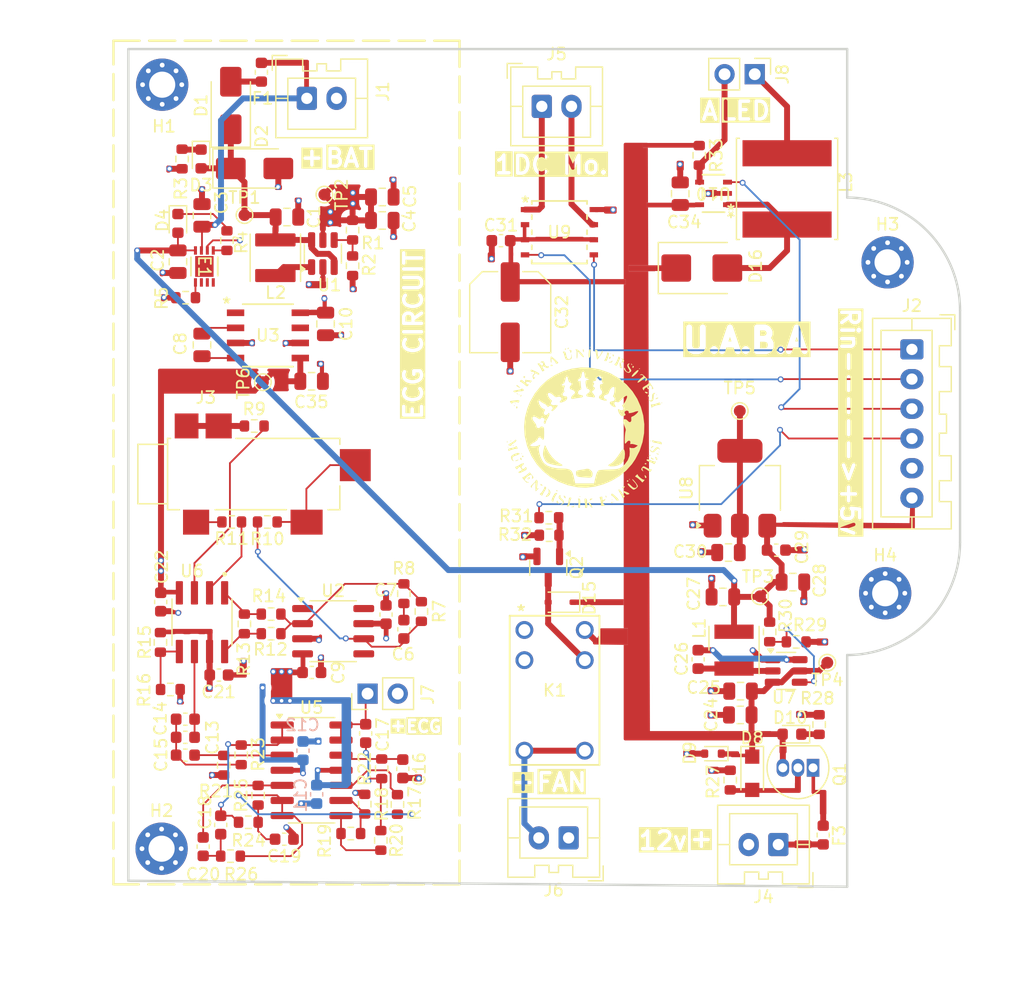
<source format=kicad_pcb>
(kicad_pcb (version 20240108) (generator "pcbnew") (generator_version "8.0")
  (layers (0 "F.Cu" signal) (1 "In1.Cu" signal) (2 "In2.Cu" signal) (31 "B.Cu" signal) (34 "B.Paste" user) (35 "F.Paste" user) (36 "B.SilkS" user "B.Silkscreen") (37 "F.SilkS" user "F.Silkscreen") (38 "B.Mask" user) (39 "F.Mask" user) (44 "Edge.Cuts" user))
  (net 0 "")
  (net 1 "Net-(U3-C1+)")
  (net 2 "3.6V")
  (net 3 "Net-(U3-C1-)")
  (net 4 "VBAT")
  (net 5 "+5V")
  (net 6 "/ANALOG CIRCUIT/RLD")
  (net 7 "Net-(C6-Pad2)")
  (net 8 "-5V")
  (net 9 "Net-(E1-Pad1)")
  (net 10 "Net-(J8-Pin_2)")
  (net 11 "Net-(C13-Pad2)")
  (net 12 "/ANALOG CIRCUIT/IAF_O")
  (net 13 "Net-(U5A-+)")
  (net 14 "Net-(U5D-+)")
  (net 15 "ECG_I")
  (net 16 "Net-(C17-Pad1)")
  (net 17 "/ANALOG CIRCUIT/HPF_O")
  (net 18 "Net-(C18-Pad2)")
  (net 19 "Net-(C19-Pad2)")
  (net 20 "Net-(U5B-+)")
  (net 21 "+12V")
  (net 22 "Net-(U7-SW)")
  (net 23 "Net-(U7-VBST)")
  (net 24 "+3.3V")
  (net 25 "Net-(D1-A)")
  (net 26 "Net-(D3-K)")
  (net 27 "Net-(D4-K)")
  (net 31 "Net-(D8-A)")
  (net 32 "Net-(D10-K)")
  (net 33 "OUT1")
  (net 34 "OUT2")
  (net 35 "Net-(D15-A)")
  (net 36 "Net-(D16-A)")
  (net 38 "PROG")
  (net 40 "GND")
  (net 43 "Net-(J4-Pin_1)")
  (net 44 "Net-(Q1-D)")
  (net 45 "FIN")
  (net 46 "LED_PWM")
  (net 47 "RIN")
  (net 48 "FAN_C")
  (net 49 "Net-(J3-Pad2)")
  (net 50 "Net-(J3-Pad3)")
  (net 51 "Net-(J3-Pad1)")
  (net 52 "Net-(J6-Pin_2)")
  (net 53 "Net-(J8-Pin_1)")
  (net 54 "Net-(U1-SW)")
  (net 55 "Net-(Q2-B)")
  (net 56 "Net-(U1-V_{FB})")
  (net 57 "/ANALOG CIRCUIT/RLI")
  (net 58 "/ANALOG CIRCUIT/LA")
  (net 59 "/ANALOG CIRCUIT/RA")
  (net 60 "/ANALOG CIRCUIT/RG2")
  (net 61 "/ANALOG CIRCUIT/RG1")
  (net 62 "Net-(U6-REF)")
  (net 63 "/ANALOG CIRCUIT/NFO")
  (net 64 "Net-(U5C-+)")
  (net 65 "Net-(U5C--)")
  (net 66 "/ANALOG CIRCUIT/MAO")
  (net 67 "Net-(U7-VFB)")
  (net 71 "+5VA")
  (footprint "Capacitor_SMD:C_0805_2012Metric" (layer "F.Cu") (at 55.375 61.45)
    (property "Reference" "C5")
    (property "Value" "22uF")
  )
  (footprint "TestPoint:TestPoint_Pad_D1.0mm" (layer "F.Cu") (at 50.5 61.25 -90)
    (property "Reference" "TP2")
    (property "Value" "TestPoint")
  )
  (footprint "Resistor_SMD:R_0603_1608Metric" (layer "F.Cu") (at 92.1416 105.852 90)
    (property "Reference" "R28")
    (property "Value" "1k")
  )
  (footprint "Fuse:Fuse_0603_1608Metric" (layer "F.Cu") (at 45.2 50.95 -90)
    (property "Reference" "F1")
    (property "Value" "0.5 A")
  )
  (footprint "Capacitor_SMD:C_0805_2012Metric" (layer "F.Cu") (at 47.35 63.1375)
    (property "Reference" "C1")
    (property "Value" "22uF")
  )
  (footprint "Resistor_SMD:R_0603_1608Metric" (layer "F.Cu") (at 55.25 115.6 90)
    (property "Reference" "R20")
    (property "Value" "14.3k")
  )
  (footprint "LED_SMD:LED_0603_1608Metric" (layer "F.Cu") (at 40.125 58.25 -90)
    (property "Reference" "D3")
    (property "Value" "YLED")
  )
  (footprint "Capacitor_SMD:C_0603_1608Metric" (layer "F.Cu") (at 47.125 115.5 180)
    (property "Reference" "C19")
    (property "Value" "220nF")
  )
  (footprint "Inductor_SMD:L_Changjiang_FNR8040S" (layer "F.Cu") (at 89.441424 60.769799 90)
    (property "Reference" "L3")
    (property "Value" "100uH")
  )
  (footprint "Inductor_SMD_Wurth:L_Wurth_WE-LQSH-4020" (layer "F.Cu") (at 84.977 99.5892 90)
    (property "Reference" "L1")
    (property "Value" "3.3 uH")
  )
  (footprint "Package_SO:SO-8_3.9x4.9mm_P1.27mm" (layer "F.Cu") (at 51.24 97.995)
    (property "Reference" "U2")
    (property "Value" "OP07")
  )
  (footprint "Resistor_SMD:R_0603_1608Metric" (layer "F.Cu") (at 69.4182 89.916 180)
    (property "Reference" "R32")
    (property "Value" "10K")
  )
  (footprint "Resistor_SMD:R_0603_1608Metric" (layer "F.Cu") (at 55.325 109.575 90)
    (property "Reference" "R22")
    (property "Value" "48.1k")
  )
  (footprint "Resistor_SMD:R_0603_1608Metric" (layer "F.Cu") (at 42.7 88.8)
    (property "Reference" "R11")
    (property "Value" "220k")
  )
  (footprint "Resistor_SMD:R_0603_1608Metric" (layer "F.Cu") (at 44.925 111.8 90)
    (property "Reference" "R25")
    (property "Value" "30.9k")
  )
  (footprint "Capacitor_SMD:C_0603_1608Metric" (layer "F.Cu") (at 81.9562 100.3656 90)
    (property "Reference" "C26")
    (property "Value" "100nF")
  )
  (footprint "MountingHole:MountingHole_2.2mm_M2_Pad_Via" (layer "F.Cu") (at 36.8 116.3)
    (property "Reference" "H2")
    (property "Value" "MountingHole_Pad")
  )
  (footprint "Capacitor_SMD:C_0805_2012Metric" (layer "F.Cu") (at 40.2 63 90)
    (property "Reference" "C3")
    (property "Value" "4.7uF")
  )
  (footprint "MountingHole:MountingHole_2.2mm_M2_Pad_Via" (layer "F.Cu") (at 97.9 66.95)
    (property "Reference" "H3")
    (property "Value" "MountingHole_Pad")
  )
  (footprint "Capacitor_SMD:C_0603_1608Metric" (layer "F.Cu") (at 49.44 101.47)
    (property "Reference" "C9")
    (property "Value" "100nF")
  )
  (footprint "Capacitor_SMD:C_0805_2012Metric" (layer "F.Cu") (at 80.449824 61.173399 -90)
    (property "Reference" "C34")
    (property "Value" "4.7uF")
  )
  (footprint "Capacitor_SMD:C_0805_2012Metric" (layer "F.Cu") (at 85.527 103.0392 180)
    (property "Reference" "C25")
    (property "Value" "10uF")
  )
  (footprint "Diode_SMD:D_SMB" (layer "F.Cu") (at 82.264424 67.430399)
    (property "Reference" "D16")
    (property "Value" "B240")
  )
  (footprint "Connector_JST:JST_XA_B02B-XASK-1_1x02_P2.50mm_Vertical" (layer "F.Cu") (at 68.7978 53.8226)
    (property "Reference" "J5")
    (property "Value" "Conn_01x02_Socket")
  )
  (footprint "Capacitor_SMD:C_0805_2012Metric" (layer "F.Cu") (at 89.9318 93.8632)
    (property "Reference" "C28")
    (property "Value" "22uF")
  )
  (footprint "Resistor_SMD:R_0603_1608Metric" (layer "F.Cu") (at 58.665 96.335 90)
    (property "Reference" "R7")
    (property "Value" "1M")
  )
  (footprint "MCP73831_2ACI_MC:DFN8_2x3MC_MCH-L" (layer "F.Cu") (at 40.400001 67.2962 -90)
    (property "Reference" "E1")
    (property "Value" "MCP73831-2ACI/MC")
  )
  (footprint "Fuse:Fuse_0603_1608Metric" (layer "F.Cu") (at 92.4826 115.15 90)
    (property "Reference" "F3")
    (property "Value" "6A-24VDC")
  )
  (footprint "Diode_SMD:D_SOD-323" (layer "F.Cu") (at 70.3834 95.5548 180)
    (property "Reference" "D15")
    (property "Value" "1N4148WS")
  )
  (footprint "Resistor_SMD:R_0603_1608Metric" (layer "F.Cu") (at 38.525 58.25 -90)
    (property "Reference" "R3")
    (property "Value" "1k")
  )
  (footprint "Capacitor_SMD:C_0603_1608Metric" (layer "F.Cu") (at 55.69 96.595 90)
    (property "Reference" "C7")
    (property "Value" "100nF")
  )
  (footprint "Capacitor_SMD:C_0603_1608Metric" (layer "F.Cu") (at 40.3 116.125 90)
    (property "Reference" "C20")
    (property "Value" "100n")
  )
  (footprint "TestPoint:TestPoint_Pad_D1.0mm" (layer "F.Cu") (at 92.8274 100.645 180)
    (property "Reference" "TP4")
    (property "Value" "TestPoint")
  )
  (footprint "Resistor_SMD:R_0603_1608Metric" (layer "F.Cu") (at 42.300001 65.1212 -90)
    (property "Reference" "R4")
    (property "Value" "470")
  )
  (footprint "Resistor_SMD:R_0603_1608Metric" (layer "F.Cu") (at 90.2112 98.8924)
    (property "Reference" "R29")
    (property "Value" "10k")
  )
  (footprint "Resistor_SMD:R_0603_1608Metric" (layer "F.Cu") (at 87.976 98.0542 90)
    (property "Reference" "R30")
    (property "Value" "53.6k")
  )
  (footprint "Diode_SMD:D_SMA" (layer "F.Cu") (at 42.625 53.75 90)
    (property "Reference" "D1")
    (property "Value" "SS36")
  )
  (footprint "Resistor_SMD:R_0603_1608Metric" (layer "F.Cu") (at 69.3928 88.4428)
    (property "Reference" "R31")
    (property "Value" "1k")
  )
  (footprint "INA188ID.preety:INA188ID" (layer "F.Cu") (at 40.2 97.235 -90)
    (property "Reference" "U6")
    (property "Value" "INA188ID")
  )
  (footprint "MountingHole:MountingHole_2.2mm_M2_Pad_Via" (layer "F.Cu") (at 97.7 94.8)
    (property "Reference" "H4")
    (property "Value" "MountingHole_Pad")
  )
  (footprint "Connector_JST:JST_XA_B02B-XASK-1_1x02_P2.50mm_Vertical" (layer "F.Cu") (at 71.0546 115.39 180)
    (property "Reference" "J6")
    (property "Value" "Conn_01x02_Socket")
  )
  (footprint "Capacitor_SMD:C_0805_2012Metric" (layer "F.Cu") (at 84.5114 91.374 180)
    (property "Reference" "C30")
    (property "Value" "10u")
  )
  (footprint "Diode_SMD:D_SOD-523" (layer "F.Cu") (at 83.2076 108.301 180)
    (property "Reference" "D9")
    (property "Value" "13V")
  )
  (footprint "Connector_PinHeader_2.54mm:PinHeader_1x02_P2.54mm_Vertical" (layer "F.Cu") (at 54.135 103.25 90)
    (property "Reference" "J7")
    (property "Value" "Conn_01x02_Pin")
  )
  (footprint "Capacitor_SMD:C_0603_1608Metric" (layer "F.Cu") (at 38.8 108.425)
    (property "Reference" "C15")
    (property "Value" "470nF")
  )
  (footprint "AP8803WTG_7:TSOT25-WT_DIO-L" (layer "F.Cu") (at 83.253624 61.149999 180)
    (property "Reference" "U10")
    (property "Value" "AP8803WTG-7")
  )
  (footprint "Resistor_SMD:R_0603_1608Metric" (layer "F.Cu") (at 52.875 64.2375 90)
    (property "Reference" "R1")
    (property "Value" "90.9k")
  )
  (footprint "Capacitor_SMD:C_Elec_6.3x7.7" (layer "F.Cu") (at 66.1416 71.1429 -90)
    (property "Reference" "C32")
    (property "Value" "220u")
  )
  (footprint "Resistor_SMD:R_0603_1608Metric" (layer "F.Cu") (at 53.9 112.55 -90)
    (property "Reference" "R18")
    (property "Value" "10k")
  )
  (footprint "Capacitor_SMD:C_0603_1608Metric" (layer "F.Cu") (at 88.5348 91.1708)
    (property "Reference" "C29")
    (property "Value" "100n")
  )
  (footprint "Connector_PinHeader_2.54mm:PinHeader_1x02_P2.54mm_Vertical" (layer "F.Cu") (at 86.7206 51.1152 -90)
    (property "Reference" "J8")
    (property "Value" "Conn_01x02_Pin")
  )
  (footprint "Capacitor_SMD:C_0805_2012Metric" (layer "F.Cu") (at 85.502 105.0392 180)
    (property "Reference" "C24")
    (property "Value" "10uF")
  )
  (footprint "Inductor_SMD:L_Abracon_ASPI-4030S" (layer "F.Cu") (at 46.375 66.5625 -90)
    (property "Reference" "L2")
    (property "Value" "3.3 uH")
  )
  (footprint "Capacitor_SMD:C_0805_2012Metric" (layer "F.Cu") (at 50.60085 72.135 90)
    (property "Reference" "C10")
    (property "Value" "10uF")
  )
  (footprint "Resistor_SMD:R_0603_1608Metric" (layer "F.Cu") (at 36.7 98.935 90)
    (property "Reference" "R15")
    (property "Value" "100k")
  )
  (footprint "BD6220F_E2:SOP8_ROM-L" (layer "F.Cu") (at 70.2818 64.4144)
    (property "Reference" "U9")
    (property "Value" "BD6220F-E2")
  )
  (footprint "Resistor_SMD:R_0603_1608Metric" (layer "F.Cu") (at 46.015 96.555 180)
    (property "Reference" "R14")
    (property "Value" "22.6k")
  )
  (footprint "Resistor_SMD:R_0603_1608Metric" (layer "F.Cu") (at 38.825 69.925 180)
    (property "Reference" "R5")
    (property "Value" "2k")
  )
  (footprint "Capacitor_SMD:C_0603_1608Metric" (layer "F.Cu") (at 38.8 106.925 180)
    (property "Reference" "C13")
    (property "Value" "10u")
  )
  (footprint "Capacitor_SMD:C_0805_2012Metric" (layer "F.Cu") (at 55.375 63.425)
    (property "Reference" "C4")
    (property "Value" "22uF")
  )
  (footprint "Resistor_SMD:R_0603_1608Metric" (layer "F.Cu") (at 45.7 88.8 180)
    (property "Reference" "R10")
    (property "Value" "220k")
  )
  (footprint "Diode_SMD:D_SMA" (layer "F.Cu") (at 44.625 59.05)
    (property "Reference" "D2")
    (property "Value" "SMAJ5.0A")
  )
  (footprint "Capacitor_SMD:C_0603_1608Metric" (layer "F.Cu") (at 57.19 97.835 90)
    (property "Reference" "C6")
    (property "Value" "100nF")
  )
  (footprint "Resistor_SMD:R_0603_1608Metric" (layer "F.Cu") (at 43.765 97.38 90)
    (property "Reference" "R13")
    (property "Value" "6.98k")
  )
  (footprint "Capacitor_SMD:C_0603_1608Metric" (layer "F.Cu") (at 65.3666 65.1256 180)
    (property "Reference" "C31")
    (property "Value" "100n")
  )
  (footprint "Package_TO_SOT_SMD:SOT-23" (layer "F.Cu") (at 69.342 92.6361 -90)
    (property "Reference" "Q2")
    (property "Value" "BC817")
  )
  (footprint "Package_TO_SOT_SMD:SOT-223-3_TabPin2" (layer "F.Cu") (at 85.4728 85.9634 90)
    (property "Reference" "U8")
    (property "Value" "AMS1117-3.3")
  )
  (footprint "Capacitor_SMD:C_0603_1608Metric" (layer "F.Cu") (at 38.8 105.4 180)
    (property "Reference" "C14")
    (property "Value" "10u")
  )
  (footprint "Package_TO_SOT_THT:TO-92_Inline" (layer "F.Cu") (at 91.6276 109.491 180)
    (property "Reference" "Q1")
    (property "Value" "BS108")
  )
  (footprint "Package_TO_SOT_SMD:SOT-23-6" (layer "F.Cu") (at 50.375 66.2125 90)
    (property "Reference" "U1")
    (property "Value" "TLV61070ADBV")
  )
  (footprint "Resistor_SMD:R_0603_1608Metric" (layer "F.Cu") (at 44.1 114.075)
    (property "Reference" "R24")
    (property "Value" "30.9k")
  )
  (footprint "Resistor_SMD:R_0603_1608Metric" (layer "F.Cu") (at 84.6576 110.526 90)
    (property "Reference" "R27")
    (property "Value" "100k")
  )
  (footprint "Connector_JST:JST_XA_B02B-XASK-1_1x02_P2.50mm_Vertical" (layer "F.Cu") (at 49.025 53.15)
    (property "Reference" "J1")
    (property "Value" "3.6 Li-ion battery")
  )
  (footprint "LMC7660LMX:M08A_TEX" (layer "F.Cu") (at 45.75 73.1)
    (property "Reference" "U3")
    (property "Value" "LMC7660IMX")
  )
  (footprint "Capacitor_SMD:C_0603_1608Metric" (layer "F.Cu") (at 41.625 101.685)
    (property "Reference" "C21")
    (property "Value" "100nF")
  )
  (footprint "LED_SMD:LED_0603_1608Metric" (layer "F.Cu") (at 89.8556 106.6648 180)
    (property "Reference" "D10")
    (property "Value" "YLED")
  )
  (footprint "Resistor_SMD:R_0603_1608Metric" (layer "F.Cu") (at 52.875 67.2375 90)
    (property "Reference" "R2")
    (property "Value" "10k")
  )
  (footprint "TestPoint:TestPoint_Pad_D1.0mm" (layer "F.Cu") (at 43.775 62.975 -90)
    (property "Reference" "TP1")
    (property "Value" "TestPoint")
  )
  (footprint "Connector_JST:JST_XA_B02B-XASK-1_1x02_P2.50mm_Vertical" (layer "F.Cu") (at 88.7076 115.951 180)
    (property "Reference" "J4")
    (property "Value" "Conn_01x02_Socket")
  )
  (footprint "35RASMT4BHNTRX.preety:35RASMT4BHNTRX" (layer "F.Cu") (at 44.5535 84.7685)
    (property "Reference" "J3")
    (property "Value" "35RASMT4BHNTRX")
  )
  (footprint "Capacitor_SMD:C_0603_1608Metric" (layer "F.Cu") (at 53.975 106.6 90)
    (property "Reference" "C17")
    (property "Value" "100n")
  )
  (footprint "Capacitor_SMD:C_0603_1608Metric" (layer "F.Cu") (at 36.725 95.535 -90)
    (property "Reference" "C22")
    (property "Value" "100nF")
  )
  (footprint "Resistor_SMD:R_0603_1608Metric" (layer "F.Cu") (at 52.725 115.025 180)
    (property "Reference" "R19")
    (property "Value" "1M")
  )
  (footprint "TestPoint:TestPoint_Pad_D1.0mm" (layer "F.Cu") (at 45.32585 77.035)
    (property "Reference" "TP6")
    (property "Value" "TestPoint")
  )
  (footprint "Resistor_SMD:R_0603_1608Metric" (layer "F.Cu") (at 46.015 98.205)
    (property "Reference" "R12")
    (property "Value" "22.6k")
  )
  (footprint "Capacitor_SMD:C_0805_2012Metric" (layer "F.Cu") (at 84.039 95.1078 180)
    (property "Reference" "C27")
    (property "Value" "22uF")
  )
  (footprint "LED_SMD:LED_0603_1608Metric" (layer "F.Cu") (at 38.175001 63.6712 -90)
    (property "Reference" "D4")
    (property "Value" "YLED")
  )
  (footprint "Resistor_SMD:R_0603_1608Metric" (layer "F.Cu") (at 57.19 94.835 90)
    (property "Reference" "R8")
    (property "Value" "10k")
  )
  (footprint "Capacitor_SMD:C_0603_1608Metric" (layer "F.Cu") (at 41.775 114.3 -90)
    (property "Reference" "C18")
    (property "Value" "100n")
  )
  (footprint "Package_SO:SOIC-14_3.9x8.7mm_P1.27mm" (layer "F.Cu") (at 49.425 109.7)
    (property "Reference" "U5")
    (property "Value" "TL084")
  )
  (footprint "Capacitor_SMD:C_0603_1608Metric" (layer "F.Cu") (at 57.1 109.575 90)
    (property "Reference" "C16")
    (property "Value" "33n")
  )
  (footprint "Capacitor_SMD:C_0805_2012Metric" (layer "F.Cu") (at 38.175001 66.8962 -90)
    (property "Reference" "C2")
    (property "Value" "4.7uF")
  )
  (footprint "Resistor_SMD:R_0603_1608Metric" (layer "F.Cu") (at 43.5 108.4 90)
    (property "Reference" "R23")
    (property "Value" "113k")
  )
  (footprint "Resistor_SMD:R_0603_1608Metric" (layer "F.Cu") (at 37.54 102.9)
    (property "Reference" "R16")
    (property "Value" "1k")
  )
  (footprint "Capacitor_SMD:C_0805_2012Metric" (layer "F.Cu") (at 40.2 73.9 -90)
    (property "Reference" "C8")
    (property "Value" "10uF")
  )
  (footprint "Resistor_SMD:R_0603_1608Metric" (layer "F.Cu") (at 56.65 112.575 90)
    (property "Reference" "R17")
    (property "Value" "20k")
  )
  (footprint "Resistor_SMD:R_0603_1608Metric" (layer "F.Cu") (at 42.6 116.925)
    (property "Reference" "R26")
    (property "Value" "16.9k")
  )
  (footprint "Resistor_SMD:R_0603_1608Metric" (layer "F.Cu") (at 44.6 80.725)
    (property "Reference" "R9")
    (property "Value" "220k")
  )
  (footprint "Resistor_SMD:R_0603_1608Metric" (layer "F.Cu") (at 42.025 109.275 90)
    (property "Reference" "R21")
    (property "Value" "6.8M")
  )
  (footprint "Connector_JST:JST_XA_B06B-XASK-1_1x06_P2.50mm_Vertical" (layer "F.Cu") (at 99.949 74.2772 -90)
    (property "Reference" "J2")
    (property "Value" "Conn_01x06_Socket")
  )
  (footprint "MountingHole:MountingHole_2.2mm_M2_Pad_Via" (layer "F.Cu") (at 36.85 52)
    (property "Reference" "H1")
    (property "Value" "MountingHole_Pad")
  )
  (footprint "TestPoint:TestPoint_Pad_D1.0mm" (layer "F.Cu") (at 87.1632 95.057 180)
    (property "Reference" "TP3")
    (property "Value" "TestPoint")
  )
  (footprint "G5V_1:G5V_1" (layer "F.Cu") (at 72.4154 108.0516)
    (property "Reference" "K1")
    (property "Value" "G5V-1 DC12")
  )
  (footprint "TestPoint:TestPoint_Pad_D1.0mm" (layer "F.Cu") (at 85.4614 79.4614 180)
    (property "Reference" "TP5")
    (property "Value" "TestPoint")
  )
  (footprint "Diode_SMD:Nexperia_CFP3_SOD-123W" (layer "F.Cu") (at 86.5076 109.951 -90)
    (property "Reference" "D8")
    (property "Value" "10V")
  )
  (footprint "Resistor_SMD:R_0603_1608Metric" (layer "F.Cu") (at 82.050024 57.947599 -90)
    (property "Reference" "R33")
    (property "Value" "100m")
  )
  (footprint "demo.preety:ankara_uni" (layer "F.Cu") (at 72.34166 80.809436)
    (property "Reference" "G***" (hide yes))
    (property "Value" "LOGO" (hide yes))
  )
  (footprint "Capacitor_SMD:C_0805_2012Metric" (layer "F.Cu") (at 49.42585 76.96 180)
    (property "Reference" "C35")
    (property "Value" "10uF")
  )
  (footprint "Package_TO_SOT_SMD:SOT-23-6" (layer "F.Cu") (at 89.3645 101.3392)
    (property "Reference" "U7")
    (property "Value" "TPS562201")
  )
  (footprint "Capacitor_SMD:C_0603_1608Metric" (layer "B.Cu") (at 49.85 111.725 -90)
    (property "Reference" "C11")
    (property "Value" "100nF")
  )
  (footprint "Capacitor_SMD:C_0603_1608Metric" (layer "B.Cu") (at 48.7 108.05 90)
    (property "Reference" "C12")
    (property "Value" "100nF")
  )
  (gr_rect (start 32.75 48.3) (end 61.875 119.3) (stroke (width 0.2) (type dash)) (fill none) (layer "F.SilkS"))
  (gr_line (start 104 90.5) (end 104 71) (stroke (width 0.2)) (layer "Edge.Cuts"))
  (gr_line (start 94.5 49) (end 34 49) (stroke (width 0.2)) (layer "Edge.Cuts"))
  (gr_line (start 94.5 61.5) (end 94.5 49) (stroke (width 0.2)) (layer "Edge.Cuts"))
  (gr_arc (start 104 90.5) (mid 101.217514 97.217514) (end 94.5 100) (stroke (width 0.2)) (layer "Edge.Cuts"))
  (gr_arc (start 94.5 61.5) (mid 101.217514 64.282486) (end 104 71) (stroke (width 0.2)) (layer "Edge.Cuts"))
  (gr_line (start 94.5 119.5) (end 94.5 100) (stroke (width 0.2)) (layer "Edge.Cuts"))
  (gr_line (start 34 119) (end 94.499996 119.500519) (stroke (width 0.2)) (layer "Edge.Cuts"))
  (gr_line (start 34 49) (end 34 119) (stroke (width 0.2)) (layer "Edge.Cuts"))
  (gr_text "BAT" (at 50.425 59.05 0) (layer "F.SilkS" knockout) (effects (font (size 1.5 1.5) (thickness 0.3) (bold yes)) (justify left bottom)))
  (gr_text "U.A.B.A" (at 80.4 74.7 0) (layer "F.SilkS" knockout) (effects (font (size 2 2) (thickness 0.5) (bold yes)) (justify left bottom)))
  (gr_text "+" (at 48.325 58.95 0) (layer "F.SilkS" knockout) (effects (font (size 1.5 1.5) (thickness 0.3) (bold yes)) (justify left bottom)))
  (gr_text "ECG" (at 57.25 106.6 0) (layer "F.SilkS" knockout) (effects (font (size 1 1) (thickness 0.25) (bold yes)) (justify left bottom)))
  (gr_text "A" (at 82.1 55.1 0) (layer "F.SilkS" knockout) (effects (font (size 1.5 1.5) (thickness 0.3) (bold yes)) (justify left bottom)))
  (gr_text "DC Mo." (at 66.2178 59.6392 0) (layer "F.SilkS" knockout) (effects (font (size 1.5 1.5) (thickness 0.3) (bold yes)) (justify left bottom)))
  (gr_text "+" (at 81.1 116.3 0) (layer "F.SilkS" knockout) (effects (font (size 1.5 1.5) (thickness 0.3) (bold yes)) (justify left bottom)))
  (gr_text "+" (at 55.925 106.5 0) (layer "F.SilkS" knockout) (effects (font (size 1 1) (thickness 0.25) (bold yes)) (justify left bottom)))
  (gr_text "12v" (at 76.8 116.5 0) (layer "F.SilkS" knockout) (effects (font (size 1.5 1.5) (thickness 0.3) (bold yes)) (justify left bottom)))
  (gr_text "ECG CIRCUIT" (at 58.875 80.35 90) (layer "F.SilkS" knockout) (effects (font (size 1.5 1.5) (thickness 0.3) (bold yes)) (justify left bottom)))
  (gr_text "Rin----->+5v" (at 93.85 70.6 270) (layer "F.SilkS" knockout) (effects (font (size 1.5 1.5) (thickness 0.3) (bold yes)) (justify left bottom)))
  (gr_text "+" (at 66.1 111.5 0) (layer "F.SilkS" knockout) (effects (font (size 1.5 1.5) (thickness 0.3) (bold yes)) (justify left bottom)))
  (gr_text "LED" (at 83.7184 55.0804 0) (layer "F.SilkS" knockout) (effects (font (size 1.5 1.5) (thickness 0.3) (bold yes)) (justify left bottom)))
  (gr_text "FAN" (at 68.2 111.6 0) (layer "F.SilkS" knockout) (effects (font (size 1.5 1.5) (thickness 0.3) (bold yes)) (justify left bottom)))
  (gr_text "1" (at 64.6938 59.6138 0) (layer "F.SilkS" knockout) (effects (font (size 1.5 1.5) (thickness 0.3) (bold yes)) (justify left bottom)))
  (segment (start 40.685 72.465) (end 40.2 72.95) (width 0.1524) (layer "F.Cu") (net 1))
  (segment (start 43.02585 72.465) (end 40.685 72.465) (width 0.1524) (layer "F.Cu") (net 1))
  (segment (start 42.625 55.75) (end 42.625 59.05) (width 0.5) (layer "F.Cu") (net 2))
  (segment (start 50.874999 66.2375) (end 51.325 66.687501) (width 0.5) (layer "F.Cu") (net 2))
  (segment (start 40.125 59.0375) (end 42.6125 59.0375) (width 0.5) (layer "F.Cu") (net 2))
  (segment (start 49.925001 66.2375) (end 50.874999 66.2375) (width 0.5) (layer "F.Cu") (net 2))
  (segment (start 51.325 66.687501) (end 51.325 67.35) (width 0.5) (layer "F.Cu") (net 2))
  (segment (start 46.2375 62.975) (end 46.4 63.1375) (width 0.5) (layer "F.Cu") (net 2))
  (segment (start 43.775 62.975) (end 43.775 60.2) (width 0.5) (layer "F.Cu") (net 2))
  (segment (start 49.425 65.737499) (end 49.925001 66.2375) (width 0.5) (layer "F.Cu") (net 2))
  (segment (start 49.425 65.075) (end 49.425 65.737499) (width 0.5) (layer "F.Cu") (net 2))
  (segment (start 42.6125 59.0375) (end 42.625 59.05) (width 0.5) (layer "F.Cu") (net 2))
  (segment (start 43.775 60.2) (end 42.625 59.05) (width 0.5) (layer "F.Cu") (net 2))
  (segment (start 43.775 62.975) (end 46.2375 62.975) (width 0.5) (layer "F.Cu") (net 2))
  (segment (start 43.02585 75.005) (end 40.355 75.005) (width 0.1524) (layer "F.Cu") (net 3))
  (segment (start 40.355 75.005) (end 40.2 74.85) (width 0.1524) (layer "F.Cu") (net 3))
  (segment (start 41.3 63.8) (end 40.35 63.8) (width 0.5) (layer "F.Cu") (net 4))
  (segment (start 40.35 63.8) (end 40.2 63.95) (width 0.5) (layer "F.Cu") (net 4))
  (segment (start 40.2 63.95) (end 40.2 65.900001) (width 0.1524) (layer "F.Cu") (net 4))
  (segment (start 40.2 65.900001) (end 40.150001 65.95) (width 0.1524) (layer "F.Cu") (net 4))
  (via (at 41.3 63.8) (size 0.5) (drill 0.3) (layers "F.Cu" "B.Cu") (net 4))
  (segment (start 41.8 55) (end 43.65 53.15) (width 0.5) (layer "B.Cu") (net 4))
  (segment (start 41.3 63.8) (end 41.8 63.3) (width 0.5) (layer "B.Cu") (net 4))
  (segment (start 43.65 53.15) (end 49.025 53.15) (width 0.5) (layer "B.Cu") (net 4))
  (segment (start 41.8 63.3) (end 41.8 55) (width 0.5) (layer "B.Cu") (net 4))
  (via (at 45.3 102.75) (size 0.5) (drill 0.3) (layers "F.Cu" "B.Cu") (net 5))
  (via (at 52.9 62) (size 0.5) (drill 0.3) (layers "F.Cu" "B.Cu") (net 5))
  (via (at 50.5 70) (size 0.5) (drill 0.3) (layers "F.Cu" "B.Cu") (net 5))
  (via (at 55.7 98.6) (size 0.5) (drill 0.3) (layers "F.Cu" "B.Cu") (net 5))
  (via (at 51 62.7) (size 0.5) (drill 0.3) (layers "F.Cu" "B.Cu") (net 5))
  (via (at 40.85 102.75) (size 0.5) (drill 0.3) (layers "F.Cu" "B.Cu") (net 5))
  (via (at 52.9 61.1) (size 0.5) (drill 0.3) (layers "F.Cu" "B.Cu") (net 5))
  (via (at 51 63.6) (size 0.5) (drill 0.3) (layers "F.Cu" "B.Cu") (net 5))
  (via (at 48.7 109.95) (size 0.5) (drill 0.3) (layers "F.Cu" "B.Cu") (net 5))
  (segment (start 56.8 99.3) (end 57.19 98.91) (width 0.1524) (layer "F.Cu") (net 6))
  (segment (start 54.485 99.3) (end 56.8 99.3) (width 0.1524) (layer "F.Cu") (net 6))
  (segment (start 57.19 98.91) (end 57.19 98.61) (width 0.1524) (layer "F.Cu") (net 6))
  (segment (start 52.3 98.6) (end 52.33 98.63) (width 0.1524) (layer "F.Cu") (net 6))
  (segment (start 44.875 88.8) (end 44.875 91.275) (width 0.1524) (layer "F.Cu") (net 6))
  (segment (start 44.875 91.275) (end 44.9 91.3) (width 0.1524) (layer "F.Cu") (net 6))
  (segment (start 53.815 98.63) (end 54.485 99.3) (width 0.1524) (layer "F.Cu") (net 6))
  (segment (start 57.215 98.61) (end 58.665 97.16) (width 0.1524) (layer "F.Cu") (net 6))
  (segment (start 52.33 98.63) (end 53.815 98.63) (width 0.1524) (layer "F.Cu") (net 6))
  (segment (start 57.17 98.63) (end 57.19 98.61) (width 0.1524) (layer "F.Cu") (net 6))
  (segment (start 57.19 98.61) (end 57.215 98.61) (width 0.1524) (layer "F.Cu") (net 6))
  (via (at 52.3 98.6) (size 0.5) (drill 0.3) (layers "F.Cu" "B.Cu") (net 6))
  (via (at 44.9 91.3) (size 0.5) (drill 0.3) (layers "F.Cu" "B.Cu") (net 6))
  (segment (start 51.8 98.6) (end 52.3 98.6) (width 0.1524) (layer "B.Cu") (net 6))
  (segment (start 44.9 91.3) (end 44.9 91.7) (width 0.1524) (layer "B.Cu") (net 6))
  (segment (start 44.9 91.7) (end 51.8 98.6) (width 0.1524) (layer "B.Cu") (net 6))
  (segment (start 57.19 95.66) (end 57.19 97.06) (width 0.1524) (layer "F.Cu") (net 7))
  (segment (start 48.47415 76.9583) (end 48.47585 76.96) (width 0.5) (layer "F.Cu") (net 8))
  (via (at 46.9 103.85) (size 0.5) (drill 0.3) (layers "F.Cu" "B.Cu") (net 8))
  (via (at 36.75 92.05) (size 0.5) (drill 0.3) (layers "F.Cu" "B.Cu") (net 8))
  (via (at 47.6 101.4) (size 0.5) (drill 0.3) (layers "F.Cu" "B.Cu") (net 8))
  (via (at 46.2 101.4) (size 0.5) (drill 0.3) (layers "F.Cu" "B.Cu") (net 8))
  (via (at 46.2 103.85) (size 0.5) (drill 0.3) (layers "F.Cu" "B.Cu") (net 8))
  (via (at 46.9 101.4) (size 0.5) (drill 0.3) (layers "F.Cu" "B.Cu") (net 8))
  (via (at 47.6 103.85) (size 0.5) (drill 0.3) (layers "F.Cu" "B.Cu") (net 8))
  (via (at 36.75 92.925) (size 0.5) (drill 0.3) (layers "F.Cu" "B.Cu") (net 8))
  (via (at 49.95 109.7) (size 0.5) (drill 0.3) (layers "F.Cu" "B.Cu") (net 8))
  (segment (start 41.153802 65.9462) (end 41.150002 65.95) (width 0.1524) (layer "F.Cu") (net 9))
  (segment (start 42.300001 65.9462) (end 41.153802 65.9462) (width 0.1524) (layer "F.Cu") (net 9))
  (segment (start 82.050024 58.772599) (end 84.1806 56.642023) (width 0.5) (layer "F.Cu") (net 10))
  (segment (start 82.078874 60.199998) (end 82.078874 58.801449) (width 0.5) (layer "F.Cu") (net 10))
  (segment (start 82.078874 58.801449) (end 82.050024 58.772599) (width 0.5) (layer "F.Cu") (net 10))
  (segment (start 84.1806 56.642023) (end 84.1806 51.1152) (width 0.5) (layer "F.Cu") (net 10))
  (segment (start 38.825 109.225) (end 38.025 108.425) (width 0.1524) (layer "F.Cu") (net 11))
  (segment (start 38.025 105.4) (end 38.025 108.425) (width 0.1524) (layer "F.Cu") (net 11))
  (segment (start 43.5 109.225) (end 38.825 109.225) (width 0.1524) (layer "F.Cu") (net 11))
  (segment (start 39.565 99.705) (end 39.565 105.39) (width 0.1524) (layer "F.Cu") (net 12))
  (segment (start 39.575 105.4) (end 39.575 106.925) (width 0.1524) (layer "F.Cu") (net 12))
  (segment (start 39.565 105.39) (end 39.575 105.4) (width 0.1524) (layer "F.Cu") (net 12))
  (segment (start 39.575 108.425) (end 42 108.425) (width 0.1524) (layer "F.Cu") (net 13))
  (segment (start 42 108.425) (end 42.025 108.45) (width 0.1524) (layer "F.Cu") (net 13))
  (segment (start 42.025 108.45) (end 46.93 108.45) (width 0.1524) (layer "F.Cu") (net 13))
  (segment (start 46.93 108.45) (end 46.95 108.43) (width 0.1524) (layer "F.Cu") (net 13))
  (segment (start 55.325 108.75) (end 57.05 108.75) (width 0.1524) (layer "F.Cu") (net 14))
  (segment (start 57.05 108.75) (end 57.1 108.8) (width 0.1524) (layer "F.Cu") (net 14))
  (segment (start 55.325 108.75) (end 52.22 108.75) (width 0.1524) (layer "F.Cu") (net 14))
  (segment (start 52.22 108.75) (end 51.9 108.43) (width 0.1524) (layer "F.Cu") (net 14))
  (segment (start 51.9 105.89) (end 52.09 105.89) (width 0.1524) (layer "F.Cu") (net 15))
  (segment (start 51.9 107.16) (end 51.9 105.89) (width 0.1524) (layer "F.Cu") (net 15))
  (segment (start 52.09 105.89) (end 52.155 105.825) (width 0.1524) (layer "F.Cu") (net 15))
  (segment (start 52.155 105.825) (end 53.975 105.825) (width 0.1524) (layer "F.Cu") (net 15))
  (segment (start 53.975 105.825) (end 53.975 103.41) (width 0.1524) (layer "F.Cu") (net 15))
  (segment (start 53.975 103.41) (end 54.135 103.25) (width 0.1524) (layer "F.Cu") (net 15))
  (segment (start 55.25 110.475) (end 55.325 110.4) (width 0.1524) (layer "F.Cu") (net 16))
  (segment (start 54 108.2238) (end 54 107.4) (width 0.1524) (layer "F.Cu") (net 16))
  (segment (start 55.25 114.775) (end 55.25 110.475) (width 0.1524) (layer "F.Cu") (net 16))
  (segment (start 54.4 110.4) (end 54.2 110.6) (width 0.1524) (layer "F.Cu") (net 16))
  (segment (start 54 107.4) (end 53.975 107.375) (width 0.1524) (layer "F.Cu") (net 16))
  (segment (start 55.325 110.4) (end 54.4 110.4) (width 0.1524) (layer "F.Cu") (net 16))
  (via (at 54 108.2238) (size 0.5) (drill 0.3) (layers "F.Cu" "B.Cu") (net 16))
  (via (at 54.2 110.6) (size 0.5) (drill 0.3) (layers "F.Cu" "B.Cu") (net 16))
  (segment (start 54.2 110.6) (end 54.2 108.4238) (width 0.1524) (layer "B.Cu") (net 16))
  (segment (start 54.2 108.4238) (end 54 108.2238) (width 0.1524) (layer "B.Cu") (net 16))
  (segment (start 43.5 107.575) (end 46.535 107.575) (width 0.1524) (layer "F.Cu") (net 17))
  (segment (start 41.8 112.6) (end 41.8 113.5) (width 0.1524) (layer "F.Cu") (net 17))
  (segment (start 42.725 113.525) (end 43.275 114.075) (width 0.1524) (layer "F.Cu") (net 17))
  (segment (start 42.475 107.575) (end 42.4 107.5) (width 0.1524) (layer "F.Cu") (net 17))
  (segment (start 46.95 107.16) (end 46.95 105.89) (width 0.1524) (layer "F.Cu") (net 17))
  (segment (start 41.775 113.525) (end 42.725 113.525) (width 0.1524) (layer "F.Cu") (net 17))
  (segment (start 41.8 113.5) (end 41.775 113.525) (width 0.1524) (layer "F.Cu") (net 17))
  (segment (start 43.5 107.575) (end 42.475 107.575) (width 0.1524) (layer "F.Cu") (net 17))
  (segment (start 46.535 107.575) (end 46.95 107.16) (width 0.1524) (layer "F.Cu") (net 17))
  (via (at 41.8 112.6) (size 0.5) (drill 0.3) (layers "F.Cu" "B.Cu") (net 17))
  (via (at 42.4 107.5) (size 0.5) (drill 0.3) (layers "F.Cu" "B.Cu") (net 17))
  (segment (start 42.4 107.5) (end 42.4 112) (width 0.1524) (layer "B.Cu") (net 17))
  (segment (start 42.4 112) (end 41.8 112.6) (width 0.1524) (layer "B.Cu") (net 17))
  (segment (start 40.3 116.9) (end 41.75 116.9) (width 0.1524) (layer "F.Cu") (net 18))
  (segment (start 41.75 116.9) (end 41.775 116.925) (width 0.1524) (layer "F.Cu") (net 18))
  (segment (start 41.775 115.075) (end 41.775 116.925) (width 0.1524) (layer "F.Cu") (net 18))
  (segment (start 44.925 114.075) (end 44.925 112.625) (width 0.1524) (layer "F.Cu") (net 19))
  (segment (start 46.35 115.5) (end 45.6 115.5) (width 0.1524) (layer "F.Cu") (net 19))
  (segment (start 45.6 115.5) (end 44.925 114.825) (width 0.1524) (layer "F.Cu") (net 19))
  (segment (start 44.925 114.825) (end 44.925 114.075) (width 0.1524) (layer "F.Cu") (net 19))
  (segment (start 44.925 110.975) (end 46.945 110.975) (width 0.1524) (layer "F.Cu") (net 20))
  (segment (start 40.3 112.6) (end 40.3 115.35) (width 0.1524) (layer "F.Cu") (net 20))
  (segment (start 46.945 110.975) (end 46.95 110.97) (width 0.1524) (layer "F.Cu") (net 20))
  (segment (start 44.925 110.975) (end 41.925 110.975) (width 0.1524) (layer "F.Cu") (net 20))
  (segment (start 41.925 110.975) (end 40.3 112.6) (width 0.1524) (layer "F.Cu") (net 20))
  (segment (start 88.986816 102.2892) (end 89.936816 101.3392) (width 0.5) (layer "F.Cu") (net 21))
  (segment (start 88.227 102.2892) (end 88.986816 102.2892) (width 0.5) (layer "F.Cu") (net 21))
  (segment (start 86.477 103.0392) (end 87.477 103.0392) (width 0.5) (layer "F.Cu") (net 21))
  (segment (start 89.936816 101.3392) (end 90.502 101.3392) (width 0.5) (layer "F.Cu") (net 21))
  (segment (start 90.502 101.3392) (end 92.1332 101.3392) (width 0.5) (layer "F.Cu") (net 21))
  (segment (start 87.477 103.0392) (end 88.227 102.2892) (width 0.5) (layer "F.Cu") (net 21))
  (segment (start 92.1332 101.3392) (end 92.8274 100.645) (width 0.5) (layer "F.Cu") (net 21))
  (segment (start 85.177 101.3392) (end 84.977 101.1392) (width 0.5) (layer "F.Cu") (net 22))
  (segment (start 88.227 101.3392) (end 85.177 101.3392) (width 0.5) (layer "F.Cu") (net 22))
  (segment (start 81.9562 101.1406) (end 84.9756 101.1406) (width 0.5) (layer "F.Cu") (net 22))
  (segment (start 84.9756 101.1406) (end 84.977 101.1392) (width 0.5) (layer "F.Cu") (net 22))
  (segment (start 83.2 99.6) (end 81.9656 99.6) (width 0.5) (layer "F.Cu") (net 23))
  (segment (start 81.9656 99.6) (end 81.9562 99.5906) (width 0.5) (layer "F.Cu") (net 23))
  (segment (start 90.502 100.3892) (end 89.4108 100.3892) (width 0.5) (layer "F.Cu") (net 23))
  (segment (start 89.4108 100.3892) (end 89.4 100.4) (width 0.5) (layer "F.Cu") (net 23))
  (via (at 89.4 100.4) (size 0.5) (drill 0.3) (layers "F.Cu" "B.Cu") (net 23))
  (via (at 83.2 99.6) (size 0.5) (drill 0.3) (layers "F.Cu" "B.Cu") (net 23))
  (segment (start 89.3 100.3) (end 83.9 100.3) (width 0.5) (layer "B.Cu") (net 23))
  (segment (start 89.4 100.4) (end 89.3 100.3) (width 0.5) (layer "B.Cu") (net 23))
  (segment (start 83.9 100.3) (end 83.2 99.6) (width 0.5) (layer "B.Cu") (net 23))
  (segment (start 85.4614 91.374) (end 85.4614 89.1248) (width 0.5) (layer "F.Cu") (net 24))
  (segment (start 85.4728 79.4728) (end 85.4614 79.4614) (width 0.5) (layer "F.Cu") (net 24))
  (segment (start 85.4614 89.1248) (end 85.4728 89.1134) (width 0.5) (layer "F.Cu") (net 24))
  (segment (start 85.4728 82.8134) (end 85.4728 89.1134) (width 0.5) (layer "F.Cu") (net 24))
  (segment (start 85.4728 82.8134) (end 85.4728 79.4728) (width 0.5) (layer "F.Cu") (net 24))
  (segment (start 45.2 51.7375) (end 42.6375 51.7375) (width 0.5) (layer "F.Cu") (net 25))
  (segment (start 42.6375 51.7375) (end 42.625 51.75) (width 0.5) (layer "F.Cu") (net 25))
  (segment (start 40.125 57.4625) (end 38.5625 57.4625) (width 0.5) (layer "F.Cu") (net 26))
  (segment (start 38.5625 57.4625) (end 38.525 57.425) (width 0.5) (layer "F.Cu") (net 26))
  (segment (start 42.300001 64.055842) (end 42.300001 64.2962) (width 0.1524) (layer "F.Cu") (net 27))
  (segment (start 38.175001 62.8837) (end 41.127859 62.8837) (width 0.1524) (layer "F.Cu") (net 27))
  (segment (start 41.127859 62.8837) (end 42.300001 64.055842) (width 0.1524) (layer "F.Cu") (net 27))
  (segment (start 67.3862 62.5094) (end 68.5406 62.5094) (width 0.5) (layer "F.Cu") (net 33))
  (segment (start 68.7978 62.2478) (end 68.7978 53.8226) (width 0.5) (layer "F.Cu") (net 33))
  (segment (start 68.8 62.25) (end 68.7978 62.2478) (width 0.5) (layer "F.Cu") (net 33))
  (segment (start 68.5406 62.5094) (end 68.8 62.25) (width 0.5) (layer "F.Cu") (net 33))
  (segment (start 71.2978 62.0395) (end 71.2978 53.8226) (width 0.5) (layer "F.Cu") (net 34))
  (segment (start 73.0377 63.7794) (end 71.2978 62.0395) (width 0.5) (layer "F.Cu") (net 34))
  (segment (start 73.1774 63.7794) (end 73.0377 63.7794) (width 0.5) (layer "F.Cu") (net 34))
  (segment (start 69.3334 93.5822) (end 69.342 93.5736) (width 0.5) (layer "F.Cu") (net 35))
  (segment (start 69.3334 95.5548) (end 69.3334 93.5822) (width 0.5) (layer "F.Cu") (net 35))
  (segment (start 69.3334 97.3496) (end 72.4154 100.4316) (width 0.5) (layer "F.Cu") (net 35))
  (segment (start 69.3334 95.5548) (end 69.3334 97.3496) (width 0.5) (layer "F.Cu") (net 35))
  (segment (start 87.969601 67.430399) (end 84.414424 67.430399) (width 0.5) (layer "F.Cu") (net 36))
  (segment (start 89.441424 65.958576) (end 87.969601 67.430399) (width 0.5) (layer "F.Cu") (net 36))
  (segment (start 89.441424 63.769799) (end 87.771625 62.1) (width 0.5) (layer "F.Cu") (net 36))
  (segment (start 89.441424 63.769799) (end 89.441424 65.958576) (width 0.5) (layer "F.Cu") (net 36))
  (segment (start 87.771625 62.1) (end 84.428374 62.1) (width 0.5) (layer "F.Cu") (net 36))
  (segment (start 39.65 68.6424) (end 39.65 69.925) (width 0.1524) (layer "F.Cu") (net 38))
  (segment (start 53.775 111.6) (end 53.9 111.725) (width 0.5) (layer "F.Cu") (net 40))
  (segment (start 47.9 115.1) (end 47.3 114.5) (width 0.5) (layer "F.Cu") (net 40))
  (segment (start 53.1 111.6) (end 53.775 111.6) (width 0.5) (layer "F.Cu") (net 40))
  (segment (start 47.9 115.5) (end 47.9 115.1) (width 0.5) (layer "F.Cu") (net 40))
  (segment (start 40.650001 65.572286) (end 40.650001 65.95) (width 0.1524) (layer "F.Cu") (net 40))
  (segment (start 43.4 65.1) (end 41.122287 65.1) (width 0.1524) (layer "F.Cu") (net 40))
  (segment (start 87.3392 100.3892) (end 88.227 100.3892) (width 0.5) (layer "F.Cu") (net 40))
  (segment (start 41.122287 65.1) (end 40.650001 65.572286) (width 0.1524) (layer "F.Cu") (net 40))
  (segment (start 86.55 99.6) (end 87.3392 100.3892) (width 0.5) (layer "F.Cu") (net 40))
  (via (at 55.7 94.8) (size 0.5) (drill 0.3) (layers "F.Cu" "B.Cu") (net 40))
  (via (at 38.35 103.9) (size 0.5) (drill 0.3) (layers "F.Cu" "B.Cu") (net 40))
  (via (at 37 69.9) (size 0.5) (drill 0.3) (layers "F.Cu" "B.Cu") (net 40))
  (via (at 50.04 98.75) (size 0.5) (drill 0.3) (layers "F.Cu" "B.Cu") (net 40))
  (via (at 86.55 99.6) (size 0.5) (drill 0.3) (layers "F.Cu" "B.Cu") (net 40))
  (via (at 48.33 61.76) (size 0.5) (drill 0.3) (layers "F.Cu" "B.Cu") (net 40))
  (via (at 81 108.32) (size 0.5) (drill 0.3) (layers "F.Cu" "B.Cu") (net 40))
  (via (at 74.8 62.53) (size 0.5) (drill 0.3) (layers "F.Cu" "B.Cu") (net 40))
  (via (at 38.2 96.45) (size 0.5) (drill 0.3) (layers "F.Cu" "B.Cu") (net 40))
  (via (at 64.57 66.65) (size 0.5) (drill 0.3) (layers "F.Cu" "B.Cu") (net 40))
  (via (at 83.1 109.72) (size 0.5) (drill 0.3) (layers "F.Cu" "B.Cu") (net 40))
  (via (at 80.43 58.7) (size 0.5) (drill 0.3) (layers "F.Cu" "B.Cu") (net 40))
  (via (at 83.05 105.07) (size 0.5) (drill 0.3) (layers "F.Cu" "B.Cu") (net 40))
  (via (at 56.3 60) (size 0.5) (drill 0.3) (layers "F.Cu" "B.Cu") (net 40))
  (via (at 50.2 75.5) (size 0.5) (drill 0.3) (layers "F.Cu" "B.Cu") (net 40))
  (via (at 37.46 59.07) (size 0.5) (drill 0.3) (layers "F.Cu" "B.Cu") (net 40))
  (via (at 43.4 65.1) (size 0.5) (drill 0.3) (layers "F.Cu" "B.Cu") (net 40))
  (via (at 83.05 103.02) (size 0.5) (drill 0.3) (layers "F.Cu" "B.Cu") (net 40))
  (via (at 47.25 73.75) (size 0.5) (drill 0.3) (layers "F.Cu" "B.Cu") (net 40))
  (via (at 49.2 68.8) (size 0.5) (drill 0.3) (layers "F.Cu" "B.Cu") (net 40))
  (via (at 90.5 105.02) (size 0.5) (drill 0.3) (layers "F.Cu" "B.Cu") (net 40))
  (via (at 50 107.28) (size 0.5) (drill 0.3) (layers "F.Cu" "B.Cu") (net 40))
  (via (at 53.1 111.6) (size 0.5) (drill 0.3) (layers "F.Cu" "B.Cu") (net 40))
  (via (at 50.2 100.21) (size 0.5) (drill 0.3) (layers "F.Cu" "B.Cu") (net 40))
  (via (at 83.08 93.55) (size 0.5) (drill 0.3) (layers "F.Cu" "B.Cu") (net 40))
  (via (at 82.2 91.32) (size 0.5) (drill 0.3) (layers "F.Cu" "B.Cu") (net 40))
  (via (at 51.9 73.1) (size 0.5) (drill 0.3) (layers "F.Cu" "B.Cu") (net 40))
  (via (at 36.9 67.8) (size 0.5) (drill 0.3) (layers "F.Cu" "B.Cu") (net 40))
  (via (at 90.87 95.5) (size 0.5) (drill 0.3) (layers "F.Cu" "B.Cu") (net 40))
  (via (at 58.45 110.38) (size 0.5) (drill 0.3) (layers "F.Cu" "B.Cu") (net 40))
  (via (at 48.55 112.5) (size 0.5) (drill 0.3) (layers "F.Cu" "B.Cu") (net 40))
  (via (at 40.2 60.8) (size 0.5) (drill 0.3) (layers "F.Cu" "B.Cu") (net 40))
  (via (at 82.8 61.17) (size 0.5) (drill 0.3) (layers "F.Cu" "B.Cu") (net 40))
  (via (at 92.6 98.88) (size 0.5) (drill 0.3) (layers "F.Cu" "B.Cu") (net 40))
  (via (at 67.2 91.75) (size 0.5) (drill 0.3) (layers "F.Cu" "B.Cu") (net 40))
  (via (at 67.35 89.95) (size 0.5) (drill 0.3) (layers "F.Cu" "B.Cu") (net 40))
  (via (at 46.6 60.6) (size 0.5) (drill 0.3) (layers "F.Cu" "B.Cu") (net 40))
  (via (at 66.15 76.1) (size 0.5) (drill 0.3) (layers "F.Cu" "B.Cu") (net 40))
  (via (at 47.3 114.5) (size 0.5) (drill 0.3) (layers "F.Cu" "B.Cu") (net 40))
  (via (at 90.9 91.13) (size 0.5) (drill 0.3) (layers "F.Cu" "B.Cu") (net 40))
  (via (at 56.3 64.8) (size 0.5) (drill 0.3) (layers "F.Cu" "B.Cu") (net 40))
  (via (at 44.4 73.75) (size 0.5) (drill 0.3) (layers "F.Cu" "B.Cu") (net 40))
  (via (at 52.9 69.2) (size 0.5) (drill 0.3) (layers "F.Cu" "B.Cu") (net 40))
  (via (at 81.5 89.05) (size 0.5) (drill 0.3) (layers "F.Cu" "B.Cu") (net 40))
  (via (at 41.05 110.1) (size 0.5) (drill 0.3) (layers "F.Cu" "B.Cu") (net 40))
  (via (at 43.7 100.5) (size 0.5) (drill 0.3) (layers "F.Cu" "B.Cu") (net 40))
  (segment (start 88.9228 76.7772) (end 99.949 76.7772) (width 0.1524) (layer "F.Cu") (net 45))
  (segment (start 67.3862 66.3194) (end 68.7194 66.3194) (width 0.1524) (layer "F.Cu") (net 45))
  (segment (start 88.9 76.8) (end 88.9228 76.7772) (width 0.1524) (layer "F.Cu") (net 45))
  (segment (start 68.7194 66.3194) (end 68.75 66.35) (width 0.1524) (layer "F.Cu") (net 45))
  (via (at 68.75 66.35) (size 0.5) (drill 0.3) (layers "F.Cu" "B.Cu") (net 45))
  (via (at 88.9 76.8) (size 0.5) (drill 0.3) (layers "F.Cu" "B.Cu") (net 45))
  (segment (start 70.7 66.35) (end 72.8476 68.4976) (width 0.1524) (layer "B.Cu") (net 45))
  (segment (start 72.8476 75.9476) (end 73.7 76.8) (width 0.1524) (layer "B.Cu") (net 45))
  (segment (start 72.8476 68.4976) (end 72.8476 75.9476) (width 0.1524) (layer "B.Cu") (net 45))
  (segment (start 73.7 76.8) (end 88.9 76.8) (width 0.1524) (layer "B.Cu") (net 45))
  (segment (start 68.75 66.35) (end 70.7 66.35) (width 0.1524) (layer "B.Cu") (net 45))
  (segment (start 85.649998 60.199998) (end 85.7 60.25) (width 0.1524) (layer "F.Cu") (net 46))
  (segment (start 89.0772 79.2772) (end 99.949 79.2772) (width 0.1524) (layer "F.Cu") (net 46))
  (segment (start 84.428374 60.199998) (end 85.649998 60.199998) (width 0.1524) (layer "F.Cu") (net 46))
  (segment (start 88.95 79.15) (end 89.0772 79.2772) (width 0.1524) (layer "F.Cu") (net 46))
  (via (at 88.95 79.15) (size 0.5) (drill 0.3) (layers "F.Cu" "B.Cu") (net 46))
  (via (at 85.7 60.25) (size 0.5) (drill 0.3) (layers "F.Cu" "B.Cu") (net 46))
  (segment (start 90.5 77.6) (end 88.95 79.15) (width 0.1524) (layer "B.Cu") (net 46))
  (segment (start 85.7 60.25) (end 90.5 65.05) (width 0.1524) (layer "B.Cu") (net 46))
  (segment (start 90.5 65.05) (end 90.5 76.85) (width 0.1524) (layer "B.Cu") (net 46))
  (segment (start 90.5 76.85) (end 90.5 77.6) (width 0.1524) (layer "B.Cu") (net 46))
  (segment (start 88.9 74.3) (end 89.2 74.3) (width 0.1524) (layer "F.Cu") (net 47))
  (segment (start 89.2228 74.2772) (end 99.949 74.2772) (width 0.1524) (layer "F.Cu") (net 47))
  (segment (start 73.1774 67.1274) (end 73.2 67.15) (width 0.1524) (layer "F.Cu") (net 47))
  (segment (start 73.1774 66.3194) (end 73.1774 67.1274) (width 0.1524) (layer "F.Cu") (net 47))
  (segment (start 89.2 74.3) (end 89.2228 74.2772) (width 0.1524) (layer "F.Cu") (net 47))
  (via (at 73.2 67.15) (size 0.5) (drill 0.3) (layers "F.Cu" "B.Cu") (net 47))
  (via (at 88.9 74.3) (size 0.5) (drill 0.3) (layers "F.Cu" "B.Cu") (net 47))
  (segment (start 88.85 74.35) (end 88.9 74.3) (width 0.1524) (layer "B.Cu") (net 47))
  (segment (start 73.2 67.15) (end 73.2 74.35) (width 0.1524) (layer "B.Cu") (net 47))
  (segment (start 73.2 74.35) (end 88.85 74.35) (width 0.1524) (layer "B.Cu") (net 47))
  (segment (start 89.5772 81.7772) (end 99.949 81.7772) (width 0.1524) (layer "F.Cu") (net 48))
  (segment (start 88.85 81.05) (end 89.5772 81.7772) (width 0.1524) (layer "F.Cu") (net 48))
  (segment (start 68.5678 88.4428) (end 68.5678 87.3322) (width 0.1524) (layer "F.Cu") (net 48))
  (segment (start 68.5678 87.3322) (end 68.6 87.3) (width 0.1524) (layer "F.Cu") (net 48))
  (via (at 88.85 81.05) (size 0.5) (drill 0.3) (layers "F.Cu" "B.Cu") (net 48))
  (via (at 68.6 87.3) (size 0.5) (drill 0.3) (layers "F.Cu" "B.Cu") (net 48))
  (segment (start 83.9 87.3) (end 68.6 87.3) (width 0.1524) (layer "B.Cu") (net 48))
  (segment (start 88.85 81.05) (end 88.85 82.35) (width 0.1524) (layer "B.Cu") (net 48))
  (segment (start 88.85 82.35) (end 83.9 87.3) (width 0.1524) (layer "B.Cu") (net 48))
  (segment (start 48.985 86.015) (end 50.9815 84.0185) (width 0.1524) (layer "F.Cu") (net 50))
  (segment (start 48.985 88.8) (end 49.0035 88.8185) (width 0.1524) (layer "F.Cu") (net 50))
  (segment (start 48.985 88.8) (end 48.985 86.015) (width 0.1524) (layer "F.Cu") (net 50))
  (segment (start 50.9815 84.0185) (end 53.1035 84.0185) (width 0.1524) (layer "F.Cu") (net 50))
  (segment (start 46.525 88.8) (end 48.985 88.8) (width 0.1524) (layer "F.Cu") (net 50))
  (segment (start 39.7035 88.8185) (end 41.8565 88.8185) (width 0.1524) (layer "F.Cu") (net 51))
  (segment (start 41.8565 88.8185) (end 41.875 88.8) (width 0.1524) (layer "F.Cu") (net 51))
  (segment (start 72.4154 108.0516) (end 67.3354 108.0516) (width 0.5) (layer "F.Cu") (net 52))
  (segment (start 67.3354 114.1708) (end 68.5546 115.39) (width 0.5) (layer "B.Cu") (net 52))
  (segment (start 67.3354 108.0516) (end 67.3354 114.1708) (width 0.5) (layer "B.Cu") (net 52))
  (segment (start 89.441424 53.836024) (end 86.7206 51.1152) (width 0.5) (layer "F.Cu") (net 53))
  (segment (start 89.441424 57.769799) (end 89.441424 53.836024) (width 0.5) (layer "F.Cu") (net 53))
  (segment (start 47.0875 67.35) (end 46.375 68.0625) (width 0.5) (layer "F.Cu") (net 54))
  (segment (start 49.425 67.35) (end 47.0875 67.35) (width 0.5) (layer "F.Cu") (net 54))
  (segment (start 70.292 91.6986) (end 70.292 88.517) (width 0.5) (layer "F.Cu") (net 55))
  (segment (start 70.292 88.517) (end 70.2178 88.4428) (width 0.5) (layer "F.Cu") (net 55))
  (segment (start 51.325 65.075) (end 52.8625 65.075) (width 0.1524) (layer "F.Cu") (net 56))
  (segment (start 52.8625 65.075) (end 52.875 65.0625) (width 0.1524) (layer "F.Cu") (net 56))
  (segment (start 52.875 66.4125) (end 52.875 65.0625) (width 0.1524) (layer "F.Cu") (net 56))
  (segment (start 46.84 98.205) (end 47.685 97.36) (width 0.1524) (layer "F.Cu") (net 57))
  (segment (start 47.685 97.36) (end 48.665 97.36) (width 0.1524) (layer "F.Cu") (net 57))
  (segment (start 46.84 96.555) (end 47.645 97.36) (width 0.1524) (layer "F.Cu") (net 57))
  (segment (start 48.876894 97.36) (end 48.665 97.36) (width 0.1524) (layer "F.Cu") (net 57))
  (segment (start 47.645 97.36) (end 48.665 97.36) (width 0.1524) (layer "F.Cu") (net 57))
  (segment (start 52.226894 94.01) (end 48.876894 97.36) (width 0.1524) (layer "F.Cu") (net 57))
  (segment (start 57.19 94.01) (end 52.226894 94.01) (width 0.1524) (layer "F.Cu") (net 57))
  (segment (start 58.665 95.51) (end 58.665 95.485) (width 0.1524) (layer "F.Cu") (net 57))
  (segment (start 58.665 95.485) (end 57.19 94.01) (width 0.1524) (layer "F.Cu") (net 57))
  (segment (start 45.425 80.725) (end 45.425 80.975) (width 0.1524) (layer "F.Cu") (net 58))
  (segment (start 42.5512 89.27779) (end 39.565 92.26399) (width 0.1524) (layer "F.Cu") (net 58))
  (segment (start 45.425 80.975) (end 42.5512 83.8488) (width 0.1524) (layer "F.Cu") (net 58))
  (segment (start 42.5512 83.8488) (end 42.5512 89.27779) (width 0.1524) (layer "F.Cu") (net 58))
  (segment (start 39.565 92.26399) (end 39.565 94.765) (width 0.1524) (layer "F.Cu") (net 58))
  (segment (start 40.835 94.40125) (end 40.835 94.765) (width 0.1524) (layer "F.Cu") (net 59))
  (segment (start 43.525 88.8) (end 43.525 91.71125) (width 0.1524) (layer "F.Cu") (net 59))
  (segment (start 43.525 91.71125) (end 40.835 94.40125) (width 0.1524) (layer "F.Cu") (net 59))
  (segment (start 43.765 98.205) (end 45.19 98.205) (width 0.1524) (layer "F.Cu") (net 60))
  (segment (start 43.605 98.205) (end 43.765 98.205) (width 0.1524) (layer "F.Cu") (net 60))
  (segment (start 42.105 99.705) (end 43.605 98.205) (width 0.1524) (layer "F.Cu") (net 60))
  (segment (start 43.765 96.425) (end 43.765 96.555) (width 0.1524) (layer "F.Cu") (net 61))
  (segment (start 43.765 96.555) (end 45.19 96.555) (width 0.1524) (layer "F.Cu") (net 61))
  (segment (start 42.105 94.765) (end 43.765 96.425) (width 0.1524) (layer "F.Cu") (net 61))
  (segment (start 36.715 99.775) (end 36.7 99.76) (width 0.1524) (layer "F.Cu") (net 62))
  (segment (start 38.295 99.705) (end 36.755 99.705) (width 0.1524) (layer "F.Cu") (net 62))
  (segment (start 36.715 102.9) (end 36.715 99.775) (width 0.1524) (layer "F.Cu") (net 62))
  (segment (start 36.755 99.705) (end 36.7 99.76) (width 0.1524) (layer "F.Cu") (net 62))
  (segment (start 57.9 113.4) (end 56.65 113.4) (width 0.1524) (layer "F.Cu") (net 63))
  (segment (start 47.924999 113.51) (end 48.6262 114.211201) (width 0.1524) (layer "F.Cu") (net 63))
  (segment (start 46.95 113.51) (end 47.924999 113.51) (width 0.1524) (layer "F.Cu") (net 63))
  (segment (start 47.675 116.925) (end 43.425 116.925) (width 0.1524) (layer "F.Cu") (net 63))
  (segment (start 46.51 111.8) (end 43.3 111.8) (width 0.1524) (layer "F.Cu") (net 63))
  (segment (start 48.6262 114.211201) (end 48.6262 115.9738) (width 0.1524) (layer "F.Cu") (net 63))
  (segment (start 46.95 112.24) (end 46.51 111.8) (width 0.1524) (layer "F.Cu") (net 63))
  (segment (start 46.95 112.24) (end 46.95 113.51) (width 0.1524) (layer "F.Cu") (net 63))
  (segment (start 48.6262 115.9738) (end 47.675 116.925) (width 0.1524) (layer "F.Cu") (net 63))
  (via (at 57.9 113.4) (size 0.5) (drill 0.3) (layers "F.Cu" "B.Cu") (net 63))
  (via (at 43.3 111.8) (size 0.5) (drill 0.3) (layers "F.Cu" "B.Cu") (net 63))
  (segment (start 43.3 111.8) (end 43.3262 111.7738) (width 0.1524) (layer "B.Cu") (net 63))
  (segment (start 44.9 113.4) (end 57.9 113.4) (width 0.1524) (layer "B.Cu") (net 63))
  (segment (start 43.3 111.8) (end 44.9 113.4) (width 0.1524) (layer "B.Cu") (net 63))
  (segment (start 55.77899 109.7) (end 54.144999 109.7) (width 0.1524) (layer "F.Cu") (net 64))
  (segment (start 56.0762 111.1762) (end 56.0762 109.99721) (width 0.1524) (layer "F.Cu") (net 64))
  (segment (start 54.144999 109.7) (end 52.874999 110.97) (width 0.1524) (layer "F.Cu") (net 64))
  (segment (start 52.874999 110.97) (end 51.9 110.97) (width 0.1524) (layer "F.Cu") (net 64))
  (segment (start 56.0762 109.99721) (end 55.77899 109.7) (width 0.1524) (layer "F.Cu") (net 64))
  (segment (start 56.65 111.75) (end 56.0762 111.1762) (width 0.1524) (layer "F.Cu") (net 64))
  (segment (start 53.9 113.375) (end 52.765 112.24) (width 0.1524) (layer "F.Cu") (net 65))
  (segment (start 52.765 112.24) (end 51.9 112.24) (width 0.1524) (layer "F.Cu") (net 65))
  (segment (start 53.55 113.725) (end 53.9 113.375) (width 0.1524) (layer "F.Cu") (net 65))
  (segment (start 53.55 115.025) (end 53.55 113.725) (width 0.1524) (layer "F.Cu") (net 65))
  (segment (start 52.325 116.425) (end 55.25 116.425) (width 0.1524) (layer "F.Cu") (net 66))
  (segment (start 51.9 113.51) (end 51.9 115.025) (width 0.1524) (layer "F.Cu") (net 66))
  (segment (start 51.9 115.025) (end 51.9 116) (width 0.1524) (layer "F.Cu") (net 66))
  (segment (start 51.9 116) (end 52.325 116.425) (width 0.1524) (layer "F.Cu") (net 66))
  (segment (start 89.4 97.8) (end 89.4 98.8786) (width 0.1524) (layer "F.Cu") (net 67))
  (segment (start 89.4 98.8786) (end 89.3862 98.8924) (width 0.1524) (layer "F.Cu") (net 67))
  (segment (start 87.9892 98.8924) (end 87.976 98.8792) (width 0.1524) (layer "F.Cu") (net 67))
  (segment (start 90.502 102.2892) (end 91.6108 102.2892) (width 0.1524) (layer "F.Cu") (net 67))
  (segment (start 89.3862 98.8924) (end 87.9892 98.8924) (width 0.1524) (layer "F.Cu") (net 67))
  (segment (start 91.6108 102.2892) (end 91.7 102.2) (width 0.1524) (layer "F.Cu") (net 67))
  (via (at 89.4 97.8) (size 0.5) (drill 0.3) (layers "F.Cu" "B.Cu") (net 67))
  (via (at 91.7 102.2) (size 0.5) (drill 0.3) (layers "F.Cu" "B.Cu") (net 67))
  (segment (start 91.7 102.2) (end 91.7 100.1) (width 0.1524) (layer "B.Cu") (net 67))
  (segment (start 91.7 100.1) (end 89.4 97.8) (width 0.1524) (layer "B.Cu") (net 67))
  (segment (start 88.9818 93.8632) (end 88.357 93.8632) (width 0.5) (layer "F.Cu") (net 71))
  (segment (start 84.989 93.761) (end 85 93.75) (width 0.5) (layer "F.Cu") (net 71))
  (segment (start 87.976 95.8698) (end 87.1632 95.057) (width 0.5) (layer "F.Cu") (net 71))
  (segment (start 87.7598 91.1708) (end 87.7598 89.1264) (width 0.5) (layer "F.Cu") (net 71))
  (segment (start 38.178801 65.95) (end 38.175001 65.9462) (width 0.1524) (layer "F.Cu") (net 71))
  (segment (start 88.9818 93.8632) (end 88.9818 92.3928) (width 0.5) (layer "F.Cu") (net 71))
  (segment (start 88.357 93.8632) (end 87.1632 95.057) (width 0.5) (layer "F.Cu") (net 71))
  (segment (start 84.989 95.1078) (end 84.989 93.761) (width 0.5) (layer "F.Cu") (net 71))
  (segment (start 39.6462 65.9462) (end 39.65 65.95) (width 0.1524) (layer "F.Cu") (net 71))
  (segment (start 87.7598 89.1264) (end 87.7728 89.1134) (width 0.5) (layer "F.Cu") (net 71))
  (segment (start 84.977 95.1198) (end 84.989 95.1078) (width 0.5) (layer "F.Cu") (net 71))
  (segment (start 38.175001 65.9462) (end 38.175001 64.4587) (width 0.1524) (layer "F.Cu") (net 71))
  (segment (start 34.75 65.95) (end 38.171201 65.95) (width 0.5) (layer "F.Cu") (net 71))
  (segment (start 88.9818 92.3928) (end 87.7598 91.1708) (width 0.5) (layer "F.Cu") (net 71))
  (segment (start 84.977 98.0392) (end 84.977 95.1198) (width 0.5) (layer "F.Cu") (net 71))
  (segment (start 38.171201 65.95) (end 38.175001 65.9462) (width 0.5) (layer "F.Cu") (net 71))
  (segment (start 87.976 97.2292) (end 87.976 95.8698) (width 0.5) (layer "F.Cu") (net 71))
  (segment (start 38.175001 65.9462) (end 39.6462 65.9462) (width 0.1524) (layer "F.Cu") (net 71))
  (segment (start 84.989 95.1078) (end 87.1124 95.1078) (width 0.5) (layer "F.Cu") (net 71))
  (segment (start 87.1124 95.1078) (end 87.1632 95.057) (width 0.5) (layer "F.Cu") (net 71))
  (via (at 34.75 65.95) (size 0.5) (drill 0.3) (layers "F.Cu" "B.Cu") (net 71))
  (via (at 85 93.75) (size 0.5) (drill 0.3) (layers "F.Cu" "B.Cu") (net 71))
  (segment (start 60.93995 92.85) (end 84.1 92.85) (width 0.5) (layer "B.Cu") (net 71))
  (segment (start 84.1 92.85) (end 85 93.75) (width 0.5) (layer "B.Cu") (net 71))
  (segment (start 34.75 65.95) (end 34.75 66.66005) (width 0.5) (layer "B.Cu") (net 71))
  (segment (start 34.75 66.66005) (end 60.93995 92.85) (width 0.5) (layer "B.Cu") (net 71))
  (zone (net 21) (net_name "+12V") (layer "F.Cu") (priority 30) (connect_pads (clearance 0.5)) (min_thickness 0.25) (fill yes (thermal_gap 0.5) (thermal_bridge_width 0.5))
    (polygon (pts (xy 77.314424 56.9) (xy 82.114424 56.9) (xy 82.114424 57.3) (xy 77.314424 57.3)))
  )
  (zone (net 40) (net_name "GND") (layer "F.Cu") (priority 36) (connect_pads (clearance 0.5)) (min_thickness 0.25) (fill yes (thermal_gap 0.5) (thermal_bridge_width 0.5))
    (polygon (pts (xy 83.4 95.05) (xy 83.4 93.25) (xy 82.8 93.25) (xy 82.8 95.05)))
  )
  (zone (net 44) (net_name "Net-(Q1-D)") (layer "F.Cu") (priority 21) (connect_pads (clearance 0.5)) (min_thickness 0.25) (fill yes (thermal_gap 0.5) (thermal_bridge_width 0.5))
    (polygon (pts (xy 91.8 111.35) (xy 92.75 111.35) (xy 92.75 114.55) (xy 92.2 114.5) (xy 92.2 111.7) (xy 91.5 111.7) (xy 91.5 110.15) (xy 91.8 110.15) (xy 91.8 110.25)))
  )
  (zone (net 40) (net_name "GND") (layer "F.Cu") (priority 36) (connect_pads (clearance 0.5)) (min_thickness 0.25) (fill yes (thermal_gap 0.5) (thermal_bridge_width 0.5))
    (polygon (pts (xy 36.66 96.57) (xy 38.46 96.57) (xy 38.46 95.97) (xy 36.66 95.97)))
  )
  (zone (net 21) (net_name "+12V") (layer "F.Cu") (priority 31) (connect_pads (clearance 0.5)) (min_thickness 0.25) (fill yes (thermal_gap 0.5) (thermal_bridge_width 0.5))
    (polygon (pts (xy 81.1 67.2) (xy 76.1 67.2) (xy 76.1 67.7) (xy 81.1 67.7)))
  )
  (zone (net 40) (net_name "GND") (layer "F.Cu") (priority 36) (connect_pads (clearance 0.5)) (min_thickness 0.25) (fill yes (thermal_gap 0.5) (thermal_bridge_width 0.5))
    (polygon (pts (xy 84.55 104.75) (xy 82.75 104.75) (xy 82.75 105.35) (xy 84.55 105.35)))
  )
  (zone (net 5) (net_name "+5V") (layer "F.Cu") (priority 18) (connect_pads (clearance 0.5)) (min_thickness 0.25) (fill yes (thermal_gap 0.5) (thermal_bridge_width 0.5) (island_removal_mode 1) (island_area_min 10))
    (polygon (pts (xy 48.9 109.9) (xy 47.05 109.9) (xy 47.05 109.5) (xy 48.9 109.5)))
  )
  (zone (net 40) (net_name "GND") (layer "F.Cu") (priority 36) (connect_pads (clearance 0.5)) (min_thickness 0.25) (fill yes (thermal_gap 0.5) (thermal_bridge_width 0.5))
    (polygon (pts (xy 40.47 62.34) (xy 40.47 60.54) (xy 39.87 60.54) (xy 39.87 62.34)))
  )
  (zone (net 40) (net_name "GND") (layer "F.Cu") (priority 36) (connect_pads (clearance 0.5)) (min_thickness 0.25) (fill yes (thermal_gap 0.5) (thermal_bridge_width 0.5))
    (polygon (pts (xy 84.55 102.7) (xy 82.75 102.7) (xy 82.75 103.3) (xy 84.55 103.3)))
  )
  (zone (net 40) (net_name "GND") (layer "F.Cu") (priority 36) (connect_pads (clearance 0.5)) (min_thickness 0.25) (fill yes (thermal_gap 0.5) (thermal_bridge_width 0.5))
    (polygon (pts (xy 64.25 65.15) (xy 64.25 66.95) (xy 64.85 66.95) (xy 64.85 65.15)))
  )
  (zone (net 21) (net_name "+12V") (layer "F.Cu") (priority 26) (connect_pads (clearance 0.5)) (min_thickness 0.25) (fill yes (thermal_gap 0.5) (thermal_bridge_width 0.5))
    (polygon (pts (xy 76.05 97.75) (xy 72.25 97.75) (xy 72.25 99.1) (xy 76.05 99.15)))
  )
  (zone (net 40) (net_name "GND") (layer "F.Cu") (priority 36) (connect_pads (clearance 0.5)) (min_thickness 0.25) (fill yes (thermal_gap 0.5) (thermal_bridge_width 0.5))
    (polygon (pts (xy 73.3 62.85) (xy 75.1 62.85) (xy 75.1 62.25) (xy 73.3 62.25)))
  )
  (zone (net 5) (net_name "+5V") (layer "F.Cu") (priority 2) (connect_pads (clearance 0.5)) (min_thickness 0.25) (fill yes (thermal_gap 0.5) (thermal_bridge_width 0.5))
    (polygon (pts (xy 55 60.4) (xy 50.1 60.4) (xy 50.1 64.1) (xy 50.1 64.2) (xy 50.1 65.8) (xy 50.7 65.8) (xy 50.7 64.1) (xy 55.1 64.1)))
  )
  (zone (net 40) (net_name "GND") (layer "F.Cu") (priority 36) (connect_pads (clearance 0.5)) (min_thickness 0.25) (fill yes (thermal_gap 0.5) (thermal_bridge_width 0.5))
    (polygon (pts (xy 52.63 67.66) (xy 52.63 69.46) (xy 53.23 69.46) (xy 53.23 67.66)))
  )
  (zone (net 8) (net_name "-5V") (layer "F.Cu") (priority 7) (connect_pads (clearance 0.5)) (min_thickness 0.25) (fill yes (thermal_gap 0.5) (thermal_bridge_width 0.5))
    (polygon (pts (xy 44.9 78) (xy 37 78) (xy 37 94.5) (xy 36.5 94.5) (xy 36.5 75.9) (xy 44.9 75.9)))
  )
  (zone (net 5) (net_name "+5V") (layer "F.Cu") (priority 4) (connect_pads (clearance 0.5)) (min_thickness 0.25) (fill yes (thermal_gap 0.5) (thermal_bridge_width 0.5))
    (polygon (pts (xy 50.7 69.7) (xy 50.7 71.4) (xy 48.5 71.4) (xy 48.5 70.9) (xy 50.3 70.9) (xy 50.3 69.7)))
  )
  (zone (net 4) (net_name "VBAT") (layer "F.Cu") (connect_pads (clearance 0.5)) (min_thickness 0.25) (fill yes (thermal_gap 0.5) (thermal_bridge_width 0.5))
    (polygon (pts (xy 49.2 53.2) (xy 49.2 49.9) (xy 45.6 49.9) (xy 45.6 50.4) (xy 48.8 50.4) (xy 48.8 53.2)))
  )
  (zone (net 40) (net_name "GND") (layer "F.Cu") (priority 36) (connect_pads (clearance 0.5)) (min_thickness 0.25) (fill yes (thermal_gap 0.5) (thermal_bridge_width 0.5))
    (polygon (pts (xy 84.6 109.4) (xy 82.8 109.4) (xy 82.8 110) (xy 84.6 110)))
  )
  (zone (net 21) (net_name "+12V") (layer "F.Cu") (priority 25) (connect_pads (clearance 0.5)) (min_thickness 0.25) (fill yes (thermal_gap 0.5) (thermal_bridge_width 0.5))
    (polygon (pts (xy 77.9 106.4) (xy 77.724 56.888) (xy 75.692 56.888) (xy 75.692 107.188) (xy 87.376 107.188) (xy 87.35 106.4) (xy 86.7 106.4)))
  )
  (zone (net 49) (net_name "Net-(J3-Pad2)") (layer "F.Cu") (priority 6) (connect_pads (clearance 0.5)) (min_thickness 0.25) (fill yes (thermal_gap 0.5) (thermal_bridge_width 0.5))
    (polygon (pts (xy 37.8 80.3) (xy 44.2 80.3) (xy 44.2 81.2) (xy 37.8 81.2)))
  )
  (zone (net 40) (net_name "GND") (layer "F.Cu") (priority 36) (connect_pads (clearance 0.5)) (min_thickness 0.25) (fill yes (thermal_gap 0.5) (thermal_bridge_width 0.5))
    (polygon (pts (xy 42.86 74.02) (xy 44.66 74.02) (xy 44.66 73.42) (xy 42.86 73.42)))
  )
  (zone (net 40) (net_name "GND") (layer "F.Cu") (priority 38) (connect_pads (clearance 0.5)) (min_thickness 0.25) (fill yes (thermal_gap 0.5) (thermal_bridge_width 0.5))
    (polygon (pts (xy 42.45 101.45) (xy 43.95 101.45) (xy 43.95 101.9) (xy 42.45 101.9)))
  )
  (zone (net 40) (net_name "GND") (layer "F.Cu") (priority 36) (connect_pads (clearance 0.5)) (min_thickness 0.25) (fill yes (thermal_gap 0.5) (thermal_bridge_width 0.5))
    (polygon (pts (xy 50.64 68.53) (xy 48.94 68.53) (xy 48.94 69.13) (xy 50.64 69.13)))
  )
  (zone (net 40) (net_name "GND") (layer "F.Cu") (priority 36) (connect_pads (clearance 0.5)) (min_thickness 0.25) (fill yes (thermal_gap 0.5) (thermal_bridge_width 0.5))
    (polygon (pts (xy 46.33 59.06) (xy 46.33 60.86) (xy 46.93 60.86) (xy 46.93 59.06)))
  )
  (zone (net 40) (net_name "GND") (layer "F.Cu") (priority 36) (connect_pads (clearance 0.5)) (min_thickness 0.25) (fill yes (thermal_gap 0.5) (thermal_bridge_width 0.5))
    (polygon (pts (xy 84.3 60.85) (xy 82.5 60.85) (xy 82.5 61.45) (xy 84.3 61.45)))
  )
  (zone (net 40) (net_name "GND") (layer "F.Cu") (priority 36) (connect_pads (clearance 0.5)) (min_thickness 0.25) (fill yes (thermal_gap 0.5) (thermal_bridge_width 0.5))
    (polygon (pts (xy 83 88.73) (xy 81.2 88.73) (xy 81.2 89.33) (xy 83 89.33)))
  )
  (zone (net 8) (net_name "-5V") (layer "F.Cu") (priority 18) (connect_pads (clearance 0.5)) (min_thickness 0.25) (fill yes (thermal_gap 0.5) (thermal_bridge_width 0.5) (island_removal_mode 1) (island_area_min 10))
    (polygon (pts (xy 49.75 109.5) (xy 51.55 109.5) (xy 51.55 109.9) (xy 49.75 109.9)))
  )
  (zone (net 40) (net_name "GND") (layer "F.Cu") (priority 36) (connect_pads (clearance 0.5)) (min_thickness 0.25) (fill yes (thermal_gap 0.5) (thermal_bridge_width 0.5))
    (polygon (pts (xy 38.44 67.53) (xy 36.64 67.53) (xy 36.64 68.13) (xy 38.44 68.13)))
  )
  (zone (net 40) (net_name "GND") (layer "F.Cu") (priority 36) (connect_pads (clearance 0.5)) (min_thickness 0.25) (fill yes (thermal_gap 0.5) (thermal_bridge_width 0.5))
    (polygon (pts (xy 89.4 91.45) (xy 91.2 91.45) (xy 91.2 90.85) (xy 89.4 90.85)))
  )
  (zone (net 2) (net_name "3.6V") (layer "F.Cu") (priority 1) (connect_pads (clearance 0.5)) (min_thickness 0.25) (fill yes (thermal_gap 0.5) (thermal_bridge_width 0.5))
    (polygon (pts (xy 49.6 64.7) (xy 46.8 64.7) (xy 46.8 63.4) (xy 45.9 63.4) (xy 45.9 65.4) (xy 49.6 65.4)))
  )
  (zone (net 21) (net_name "+12V") (layer "F.Cu") (priority 23) (connect_pads (clearance 0.5)) (min_thickness 0.25) (fill yes (thermal_gap 0.5) (thermal_bridge_width 0.5))
    (polygon (pts (xy 89.4 109.6) (xy 89.4 106.4) (xy 86.7 106.4) (xy 86.7 102.3) (xy 86.2 102.3) (xy 86.2 108.1) (xy 83.6 108.1) (xy 83.6 108.6) (xy 87.1 108.6) (xy 87.1 106.9) (xy 88.8 106.9) (xy 88.8 109.6)))
  )
  (zone (net 40) (net_name "GND") (layer "F.Cu") (priority 36) (connect_pads (clearance 0.5)) (min_thickness 0.25) (fill yes (thermal_gap 0.5) (thermal_bridge_width 0.5))
    (polygon (pts (xy 43.97 101.89) (xy 43.97 100.24) (xy 43.37 100.24) (xy 43.37 101.89)))
  )
  (zone (net 8) (net_name "-5V") (layer "F.Cu") (priority 5) (connect_pads (clearance 0.5)) (min_thickness 0.25) (fill yes (thermal_gap 0.5) (thermal_bridge_width 0.5))
    (polygon (pts (xy 49 77.8) (xy 44.6 77.8) (xy 44.6 75.9) (xy 48.1 75.9) (xy 48.1 75.1) (xy 49 75.1) (xy 49 75.3)))
  )
  (zone (net 40) (net_name "GND") (layer "F.Cu") (priority 37) (connect_pads (clearance 0.5)) (min_thickness 0.25) (fill yes (thermal_gap 0.5) (thermal_bridge_width 0.5))
    (polygon (pts (xy 50.6 67.1) (xy 50.1 67.1) (xy 50.1 68.6) (xy 50.6 68.6)))
  )
  (zone (net 40) (net_name "GND") (layer "F.Cu") (priority 36) (connect_pads (clearance 0.5)) (min_thickness 0.25) (fill yes (thermal_gap 0.5) (thermal_bridge_width 0.5))
    (polygon (pts (xy 48.6 63.3) (xy 48.6 61.5) (xy 48 61.5) (xy 48 63.3)))
  )
  (zone (net 71) (net_name "+5VA") (layer "F.Cu") (priority 32) (connect_pads (clearance 0.5)) (min_thickness 0.25) (fill yes (thermal_gap 0.5) (thermal_bridge_width 0.5))
    (polygon (pts (xy 88.05 88.8) (xy 99.75 88.9) (xy 99.8 87.4) (xy 100.2 87.4) (xy 100.2 89.4) (xy 88.1 89.2)))
  )
  (zone (net 40) (net_name "GND") (layer "F.Cu") (priority 36) (connect_pads (clearance 0.5)) (min_thickness 0.25) (fill yes (thermal_gap 0.5) (thermal_bridge_width 0.5))
    (polygon (pts (xy 38.08 102.36) (xy 38.08 104.16) (xy 38.68 104.16) (xy 38.68 102.36)))
  )
  (zone (net 21) (net_name "+12V") (layer "F.Cu") (priority 29) (connect_pads (clearance 0.5)) (min_thickness 0.25) (fill yes (thermal_gap 0.5) (thermal_bridge_width 0.5))
    (polygon (pts (xy 66.4 68.3) (xy 66.4 65.2) (xy 73.6 65.2) (xy 73.6 64.8) (xy 66 64.8) (xy 66 68.3)))
  )
  (zone (net 5) (net_name "+5V") (layer "F.Cu") (priority 12) (connect_pads (clearance 0.5)) (min_thickness 0.25) (fill yes (thermal_gap 0.5) (thermal_bridge_width 0.5))
    (polygon (pts (xy 55.9 98.8) (xy 55.9 97.1) (xy 54.4 97.1) (xy 54.4 97.6) (xy 55.5 97.6) (xy 55.5 98.8)))
  )
  (zone (net 40) (net_name "GND") (layer "F.Cu") (priority 36) (connect_pads (clearance 0.5)) (min_thickness 0.25) (fill yes (thermal_gap 0.5) (thermal_bridge_width 0.5))
    (polygon (pts (xy 56.91 110.65) (xy 58.71 110.65) (xy 58.71 110.05) (xy 56.91 110.05)))
  )
  (zone (net 5) (net_name "+5V") (layer "F.Cu") (priority 14) (connect_pads (clearance 0.5)) (min_thickness 0.25) (fill yes (thermal_gap 0.5) (thermal_bridge_width 0.5))
    (polygon (pts (xy 41.1 100.35) (xy 40.5 100.35) (xy 40.5 103.1) (xy 41.1 103.1)))
  )
  (zone (net 31) (net_name "Net-(D8-A)") (layer "F.Cu") (priority 22) (connect_pads (clearance 0.5)) (min_thickness 0.25) (fill yes (thermal_gap 0.5) (thermal_bridge_width 0.5))
    (polygon (pts (xy 90.6 110) (xy 90.6 111.6) (xy 84.65 111.6) (xy 84.65 111.2) (xy 90.1 111.2) (xy 90.1 110)))
  )
  (zone (net 40) (net_name "GND") (layer "F.Cu") (priority 36) (connect_pads (clearance 0.5)) (min_thickness 0.25) (fill yes (thermal_gap 0.5) (thermal_bridge_width 0.5))
    (polygon (pts (xy 68.85 89.63) (xy 67.05 89.63) (xy 67.05 90.23) (xy 68.85 90.23)))
  )
  (zone (net 40) (net_name "GND") (layer "F.Cu") (priority 36) (connect_pads (clearance 0.5)) (min_thickness 0.25) (fill yes (thermal_gap 0.5) (thermal_bridge_width 0.5))
    (polygon (pts (xy 80.75 60.2) (xy 80.75 58.4) (xy 80.15 58.4) (xy 80.15 60.2)))
  )
  (zone (net 40) (net_name "GND") (layer "F.Cu") (priority 36) (connect_pads (clearance 0.5)) (min_thickness 0.25) (fill yes (thermal_gap 0.5) (thermal_bridge_width 0.5))
    (polygon (pts (xy 83.7 91) (xy 81.9 91) (xy 81.9 91.6) (xy 83.7 91.6)))
  )
  (zone (net 40) (net_name "GND") (layer "F.Cu") (priority 36) (connect_pads (clearance 0.5)) (min_thickness 0.25) (fill yes (thermal_gap 0.5) (thermal_bridge_width 0.5))
    (polygon (pts (xy 42.59 109.83) (xy 40.79 109.83) (xy 40.79 110.43) (xy 42.59 110.43)))
  )
  (zone (net 8) (net_name "-5V") (layer "F.Cu") (priority 15) (connect_pads (clearance 0.5)) (min_thickness 0.25) (fill yes (thermal_gap 0.5) (thermal_bridge_width 0.5))
    (polygon (pts (xy 47.8 101.1) (xy 46 101.1) (xy 46 104.1) (xy 47.8 104.1)))
  )
  (zone (net 21) (net_name "+12V") (layer "F.Cu") (priority 28) (connect_pads (clearance 0.5)) (min_thickness 0.25) (fill yes (thermal_gap 0.5) (thermal_bridge_width 0.5))
    (polygon (pts (xy 75.85 68.36) (xy 66.7 68.36) (xy 66.7 68.8) (xy 75.85 68.8)))
  )
  (zone (net 40) (net_name "GND") (layer "F.Cu") (priority 36) (connect_pads (clearance 0.5)) (min_thickness 0.25) (fill yes (thermal_gap 0.5) (thermal_bridge_width 0.5))
    (polygon (pts (xy 56.03 63.26) (xy 56.03 65.06) (xy 56.63 65.06) (xy 56.63 63.26)))
  )
  (zone (net 21) (net_name "+12V") (layer "F.Cu") (priority 33) (connect_pads (clearance 0.5)) (min_thickness 0.25) (fill yes (thermal_gap 0.5) (thermal_bridge_width 0.5))
    (polygon (pts (xy 75.7 95.3) (xy 71.1 95.3) (xy 71.1 95.8) (xy 75.7 95.8)))
  )
  (zone (net 21) (net_name "+12V") (layer "F.Cu") (priority 30) (connect_pads (clearance 0.5)) (min_thickness 0.25) (fill yes (thermal_gap 0.5) (thermal_bridge_width 0.5))
    (polygon (pts (xy 77.614424 61.930399) (xy 82.414424 61.930399) (xy 82.414424 62.330399) (xy 77.614424 62.330399)))
  )
  (zone (net 5) (net_name "+5V") (layer "F.Cu") (priority 39) (connect_pads (clearance 0.5)) (min_thickness 0.25) (fill yes (thermal_gap 0.5) (thermal_bridge_width 0.5))
    (polygon (pts (xy 41.1 99.7) (xy 41.1 97.8) (xy 36.9 97.8) (xy 36.9 98.25) (xy 40.65 98.25) (xy 40.65 99.7)))
  )
  (zone (net 40) (net_name "GND") (layer "F.Cu") (priority 36) (connect_pads (clearance 0.5)) (min_thickness 0.25) (fill yes (thermal_gap 0.5) (thermal_bridge_width 0.5))
    (polygon (pts (xy 56.57 61.54) (xy 56.57 59.74) (xy 55.97 59.74) (xy 55.97 61.54)))
  )
  (zone (net 8) (net_name "-5V") (layer "F.Cu") (priority 8) (connect_pads (clearance 0.5)) (min_thickness 0.25) (fill yes (thermal_gap 0.5) (thermal_bridge_width 0.5))
    (polygon (pts (xy 38.6 94.5) (xy 36.5 94.5) (xy 36.5 94.9) (xy 38.6 94.9)))
  )
  (zone (net 40) (net_name "GND") (layer "F.Cu") (priority 36) (connect_pads (clearance 0.5)) (min_thickness 0.25) (fill yes (thermal_gap 0.5) (thermal_bridge_width 0.5))
    (polygon (pts (xy 92 104.7) (xy 90.2 104.7) (xy 90.2 105.3) (xy 92 105.3)))
  )
  (zone (net 40) (net_name "GND") (layer "F.Cu") (priority 36) (connect_pads (clearance 0.5)) (min_thickness 0.25) (fill yes (thermal_gap 0.5) (thermal_bridge_width 0.5))
    (polygon (pts (xy 91.1 99.2) (xy 92.9 99.2) (xy 92.9 98.6) (xy 91.1 98.6)))
  )
  (zone (net 40) (net_name "GND") (layer "F.Cu") (priority 36) (connect_pads (clearance 0.5)) (min_thickness 0.25) (fill yes (thermal_gap 0.5) (thermal_bridge_width 0.5))
    (polygon (pts (xy 50.47 101.75) (xy 50.47 99.95) (xy 49.87 99.95) (xy 49.87 101.75)))
  )
  (zone (net 40) (net_name "GND") (layer "F.Cu") (priority 36) (connect_pads (clearance 0.5)) (min_thickness 0.25) (fill yes (thermal_gap 0.5) (thermal_bridge_width 0.5))
    (polygon (pts (xy 90.55 94) (xy 90.55 95.8) (xy 91.15 95.8) (xy 91.15 94)))
  )
  (zone (net 40) (net_name "GND") (layer "F.Cu") (priority 36) (connect_pads (clearance 0.5)) (min_thickness 0.25) (fill yes (thermal_gap 0.5) (thermal_bridge_width 0.5))
    (polygon (pts (xy 65.83 74.6) (xy 65.83 76.4) (xy 66.43 76.4) (xy 66.43 74.6)))
  )
  (zone (net 21) (net_name "+12V") (layer "F.Cu") (priority 34) (connect_pads (clearance 0.5)) (min_thickness 0.25) (fill yes (thermal_gap 0.5) (thermal_bridge_width 0.5))
    (polygon (pts (xy 67.5 64.9) (xy 67.5 63.8) (xy 67.2 63.8) (xy 67.2 64.9)))
  )
  (zone (net 40) (net_name "GND") (layer "F.Cu") (priority 36) (connect_pads (clearance 0.5)) (min_thickness 0.25) (fill yes (thermal_gap 0.5) (thermal_bridge_width 0.5))
    (polygon (pts (xy 55.95 96.19) (xy 55.95 94.39) (xy 55.35 94.39) (xy 55.35 96.19)))
  )
  (zone (net 40) (net_name "GND") (layer "F.Cu") (priority 36) (connect_pads (clearance 0.5)) (min_thickness 0.25) (fill yes (thermal_gap 0.5) (thermal_bridge_width 0.5))
    (polygon (pts (xy 38.54 69.63) (xy 36.74 69.63) (xy 36.74 70.23) (xy 38.54 70.23)))
  )
  (zone (net 40) (net_name "GND") (layer "F.Cu") (priority 36) (connect_pads (clearance 0.5)) (min_thickness 0.25) (fill yes (thermal_gap 0.5) (thermal_bridge_width 0.5))
    (polygon (pts (xy 82.5 108) (xy 80.7 108) (xy 80.7 108.6) (xy 82.5 108.6)))
  )
  (zone (net 43) (net_name "Net-(J4-Pin_1)") (layer "F.Cu") (priority 20) (connect_pads (clearance 0.5)) (min_thickness 0.25) (fill yes (thermal_gap 0.5) (thermal_bridge_width 0.5))
    (polygon (pts (xy 89 115.6) (xy 92.95 115.6) (xy 92.95 116.25) (xy 89 116.25)))
  )
  (zone (net 40) (net_name "GND") (layer "F.Cu") (priority 36) (connect_pads (clearance 0.5)) (min_thickness 0.25) (fill yes (thermal_gap 0.5) (thermal_bridge_width 0.5))
    (polygon (pts (xy 39 58.8) (xy 37.2 58.8) (xy 37.2 59.4) (xy 39 59.4)))
  )
  (zone (net 40) (net_name "GND") (layer "F.Cu") (priority 36) (connect_pads (clearance 0.5)) (min_thickness 0.25) (fill yes (thermal_gap 0.5) (thermal_bridge_width 0.5))
    (polygon (pts (xy 48.5 98.87) (xy 50.3 98.87) (xy 50.3 98.27) (xy 48.5 98.27)))
  )
  (zone (net 40) (net_name "GND") (layer "F.Cu") (priority 36) (connect_pads (clearance 0.5)) (min_thickness 0.25) (fill yes (thermal_gap 0.5) (thermal_bridge_width 0.5))
    (polygon (pts (xy 68.7 91.43) (xy 66.9 91.43) (xy 66.9 92.03) (xy 68.7 92.03)))
  )
  (zone (net 32) (net_name "Net-(D10-K)") (layer "F.Cu") (priority 24) (connect_pads (clearance 0.5)) (min_thickness 0.25) (fill yes (thermal_gap 0.5) (thermal_bridge_width 0.5))
    (polygon (pts (xy 92.5 106.3) (xy 90.6 106.3) (xy 90.6 106.9) (xy 92.5 106.9)))
  )
  (zone (net 8) (net_name "-5V") (layer "F.Cu") (priority 10) (connect_pads (clearance 0.5)) (min_thickness 0.25) (fill yes (thermal_gap 0.5) (thermal_bridge_width 0.5))
    (polygon (pts (xy 47.4 101.7) (xy 48.9 101.7) (xy 48.9 99.7) (xy 48.5 99.7) (xy 48.5 101.1) (xy 47.4 101.1)))
  )
  (zone (net 40) (net_name "GND") (layer "F.Cu") (priority 36) (connect_pads (clearance 0.5)) (min_thickness 0.25) (fill yes (thermal_gap 0.5) (thermal_bridge_width 0.5))
    (polygon (pts (xy 50.47 77.04) (xy 50.47 75.24) (xy 49.87 75.24) (xy 49.87 77.04)))
  )
  (zone (net 40) (net_name "GND") (layer "F.Cu") (priority 36) (connect_pads (clearance 0.5)) (min_thickness 0.25) (fill yes (thermal_gap 0.5) (thermal_bridge_width 0.5))
    (polygon (pts (xy 48.79 73.48) (xy 46.99 73.48) (xy 46.99 74.08) (xy 48.79 74.08)))
  )
  (zone (net 40) (net_name "GND") (layer "F.Cu") (priority 36) (connect_pads (clearance 0.5)) (min_thickness 0.25) (fill yes (thermal_gap 0.5) (thermal_bridge_width 0.5))
    (polygon (pts (xy 50.36 73.37) (xy 52.16 73.37) (xy 52.16 72.77) (xy 50.36 72.77)))
  )
  (zone (net 5) (net_name "+5V") (layer "B.Cu") (priority 19) (connect_pads (clearance 0.5)) (min_thickness 0.25) (fill yes (thermal_gap 0.5) (thermal_bridge_width 0.5) (island_removal_mode 1) (island_area_min 10))
    (polygon (pts (xy 45.55 102.4) (xy 45.55 108.6) (xy 49.15 108.6) (xy 49.15 109.05) (xy 45.05 109.05) (xy 45.05 102.4)))
  )
  (zone (net 40) (net_name "GND") (layer "B.Cu") (priority 36) (connect_pads (clearance 0.5)) (min_thickness 0.25) (fill yes (thermal_gap 0.5) (thermal_bridge_width 0.5))
    (polygon (pts (xy 50.09 112.23) (xy 48.29 112.23) (xy 48.29 112.83) (xy 50.09 112.83)))
  )
  (zone (net 8) (net_name "-5V") (layer "B.Cu") (priority 16) (connect_pads (clearance 0.5)) (min_thickness 0.25) (fill yes (thermal_gap 0.5) (thermal_bridge_width 0.5) (island_removal_mode 1) (island_area_min 10))
    (polygon (pts (xy 46 103.55) (xy 52.75 103.55) (xy 52.75 111.2) (xy 49.4 111.2) (xy 49.4 110.7) (xy 51.95 110.7) (xy 51.95 104.1) (xy 46 104.1)))
  )
  (zone (net 40) (net_name "GND") (layer "B.Cu") (priority 36) (connect_pads (clearance 0.5)) (min_thickness 0.25) (fill yes (thermal_gap 0.5) (thermal_bridge_width 0.5))
    (polygon (pts (xy 48.46 107.55) (xy 50.26 107.55) (xy 50.26 106.95) (xy 48.46 106.95)))
  )
  (zone (net 5) (net_name "+5V") (layer "B.Cu") (priority 17) (connect_pads (clearance 0.5)) (min_thickness 0.25) (fill yes (thermal_gap 0.5) (thermal_bridge_width 0.5) (island_removal_mode 1) (island_area_min 10))
    (polygon (pts (xy 48.9 108.35) (xy 48.9 110.05) (xy 48.45 110.05) (xy 48.45 108.35)))
  )
  (zone (net 8) (net_name "-5V") (layer "B.Cu") (priority 17) (connect_pads (clearance 0.5)) (min_thickness 0.25) (fill yes (thermal_gap 0.5) (thermal_bridge_width 0.5) (island_removal_mode 1) (island_area_min 10))
    (polygon (pts (xy 49.7 111.05) (xy 49.7 109.45) (xy 50.15 109.45) (xy 50.15 111.05)))
  )
)
</source>
